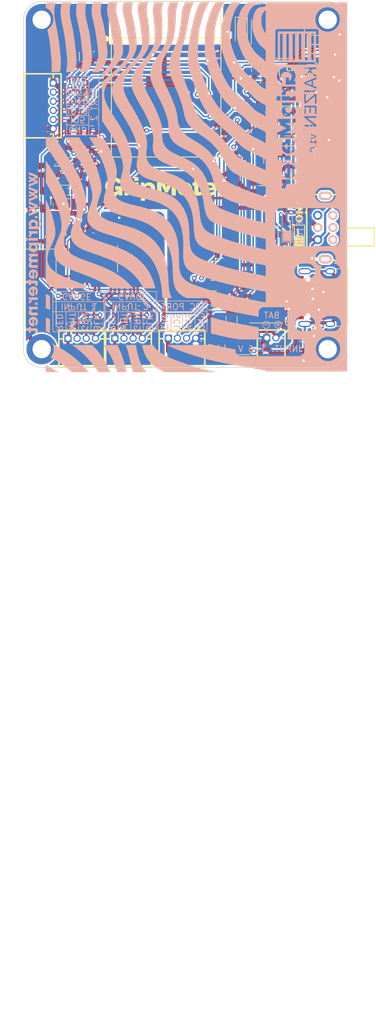
<source format=kicad_pcb>
(kicad_pcb (version 20221018) (generator pcbnew)
  (layers (0 "F.Cu" signal) (31 "B.Cu" signal) (34 "B.Paste" user) (35 "F.Paste" user) (36 "B.SilkS" user "B.Silkscreen") (37 "F.SilkS" user "F.Silkscreen") (38 "B.Mask" user) (39 "F.Mask" user) (44 "Edge.Cuts" user))
  (net 0 "")
  (net 1 "+3V3")
  (net 2 "Net-(BZ1-+)")
  (net 3 "VCC")
  (net 4 "GND")
  (net 5 "AIN2(+)")
  (net 6 "AIN2(-)")
  (net 7 "AIN1(+)")
  (net 8 "AIN1(-)")
  (net 9 "REFIN1(+)")
  (net 10 "BPDSW")
  (net 11 "+6V")
  (net 12 "Net-(U2-FB)")
  (net 13 "Net-(U4-ADJ)")
  (net 14 "Net-(U4-OUT)")
  (net 15 "VBUS")
  (net 16 "+BATT")
  (net 17 "Net-(D2-A)")
  (net 18 "Net-(D3-A)")
  (net 19 "Net-(D4-A)")
  (net 20 "Net-(D6-K)")
  (net 21 "D+")
  (net 22 "D-")
  (net 23 "Net-(D6-A)")
  (net 24 "Net-(J2-CC1)")
  (net 26 "Net-(J2-CC2)")
  (net 27 "/GREEN_1")
  (net 28 "/WHITE_1")
  (net 29 "/GREEN_2")
  (net 30 "/WHITE_2")
  (net 31 "IO19")
  (net 32 "IO23")
  (net 33 "IO18")
  (net 34 "IO5")
  (net 36 "RTS")
  (net 37 "EN")
  (net 38 "DTR")
  (net 39 "IO0(boot)")
  (net 40 "Net-(J2-SHIELD)")
  (net 41 "Net-(ON1-K)")
  (net 42 "Net-(Q1-B)")
  (net 43 "Net-(Q2-B)")
  (net 44 "IO22")
  (net 45 "BUZZER")
  (net 46 "TXDtoRXD0")
  (net 47 "RXDtoTXD0")
  (net 48 "Net-(Q3-B)")
  (net 49 "Net-(U2-EN)")
  (net 50 "Net-(U3-P3)")
  (net 51 "Net-(U4-EN)")
  (net 52 "Net-(U8-PROG)")
  (net 57 "ADC_SCLK")
  (net 58 "ADC_CS")
  (net 62 "Net-(U3-MCLK1)")
  (net 63 "ADC_CIPO")
  (net 64 "ADC_COPI")
  (net 65 "Net-(U3-MCLK2)")
  (net 66 "SVP")
  (net 67 "SVN")
  (net 68 "IO34")
  (net 69 "IO35")
  (net 70 "IO33")
  (net 71 "IO25")
  (net 72 "IO26")
  (net 73 "IO27")
  (net 80 "IO2")
  (net 81 "IO4")
  (net 82 "IO16")
  (net 83 "IO17")
  (net 85 "IO21")
  (net 86 "GNDA")
  (footprint "Resistor_SMD:R_0603_1608Metric" (layer "F.Cu") (at 166.85 67.8375 180)
    (fp_text reference "R19" hide)
    (fp_text value "2K")
  )
  (footprint "Resistor_SMD:R_0603_1608Metric" (layer "F.Cu") (at 164.35 116.0875 180)
    (fp_text reference "R1" hide)
    (fp_text value "1M")
  )
  (footprint "LED_SMD:LED_0603_1608Metric" (layer "F.Cu") (at 169.9 67.8375)
    (fp_text reference "ON1" hide)
    (fp_text value "KT-0603R")
  )
  (footprint "Package_TO_SOT_SMD:TSOT-23-5" (layer "F.Cu") (at 154.2 114.5875 180)
    (fp_text reference "U8" hide)
    (fp_text value "TP4054")
  )
  (footprint "Diode_SMD:D_SOD-123F" (layer "F.Cu") (at 161.6 96.1875 90)
    (fp_text reference "D1" hide)
    (fp_text value "D")
  )
  (footprint "Resistor_SMD:R_0603_1608Metric" (layer "F.Cu") (at 155.7 79.6 90)
    (fp_text reference "R16" hide)
    (fp_text value "10K")
  )
  (footprint "Capacitor_SMD:C_0402_1005Metric" (layer "F.Cu") (at 167.2747 75.6979 180)
    (fp_text reference "C20" hide)
    (fp_text value "1uF")
  )
  (footprint "Capacitor_SMD:C_1206_3216Metric" (layer "F.Cu") (at 159.15 84.0375 90)
    (fp_text reference "C33" hide)
    (fp_text value "22uF (Solid Tantalum)")
  )
  (footprint "Capacitor_SMD:C_0603_1608Metric" (layer "F.Cu") (at 122.874 96.8162 -90)
    (fp_text reference "C15" hide)
    (fp_text value "100 nF")
  )
  (footprint "Resistor_SMD:R_0603_1608Metric" (layer "F.Cu") (at 169.91 66.0475 180)
    (fp_text reference "R14" hide)
    (fp_text value "100")
  )
  (footprint "LED_SMD:LED_0603_1608Metric" (layer "F.Cu") (at 166.85 66.0375)
    (fp_text reference "D3" hide)
    (fp_text value "D05" hide)
  )
  (footprint "Capacitor_SMD:C_0603_1608Metric" (layer "F.Cu") (at 130.2 79.6)
    (fp_text reference "C35" hide)
    (fp_text value "100nF")
  )
  (footprint "openBench_footprints:Sensirion_DFN-8-1EP_2.5x2.5mm_P0.5mm_EP1.1x1.7mm" (layer "F.Cu") (at 154.7 82.81 -90)
    (fp_text reference "U5" hide)
    (fp_text value "SHT30-DIS")
  )
  (footprint "Inductor_SMD:L_0805_2012Metric" (layer "F.Cu") (at 126.35 89.4375)
    (fp_text reference "FB1" hide)
    (fp_text value "100Ω@100MHz")
  )
  (footprint "openBench_footprints:JST_ZH_1x04P_1.5mm" (layer "F.Cu") (at 136.025 113.473)
    (fp_text reference "J4")
    (fp_text value "Conn_01x04")
  )
  (footprint "Diode_SMD:D_SOD-123F" (layer "F.Cu") (at 154.55 63.0375 -90)
    (fp_text reference "D5")
    (fp_text value "D")
  )
  (footprint "openBench_footprints:USB_C_Receptacle_HRO_TYPE-C-31-M-12" (layer "F.Cu") (at 168.11 106.7875 90)
    (fp_text reference "J2" hide)
    (fp_text value "USB_C_Receptacle")
  )
  (footprint "Resistor_SMD:R_0603_1608Metric" (layer "F.Cu") (at 127 78.1)
    (fp_text reference "R23" hide)
    (fp_text value "100k±0.1%")
  )
  (footprint "Capacitor_SMD:C_0603_1608Metric" (layer "F.Cu") (at 121.7 85.8875 -90)
    (fp_text reference "C27" hide)
    (fp_text value "100 nF")
  )
  (footprint "Package_TO_SOT_SMD:SOT-23" (layer "F.Cu") (at 150.2 102.4 180)
    (fp_text reference "Q2")
    (fp_text value "MMBT3904")
  )
  (footprint "Capacitor_SMD:C_1206_3216Metric" (layer "F.Cu") (at 167.05 72.9375 -90)
    (fp_text reference "C21" hide)
    (fp_text value "10uF  (Tantalum)")
  )
  (footprint "Capacitor_SMD:C_1206_3216Metric" (layer "F.Cu") (at 125.8 91.4875 180)
    (fp_text reference "C29" hide)
    (fp_text value "10uF")
  )
  (footprint "Resistor_SMD:R_0603_1608Metric" (layer "F.Cu") (at 153.95 79.6 90)
    (fp_text reference "R17" hide)
    (fp_text value "10K")
  )
  (footprint "Resistor_SMD:R_0402_1005Metric" (layer "F.Cu") (at 159.8747 76.4479 -90)
    (fp_text reference "R9" hide)
    (fp_text value "39K")
  )
  (footprint "Package_TO_SOT_SMD:SOT-23" (layer "F.Cu") (at 159.25 69.9875 90)
    (fp_text reference "Q3" hide)
    (fp_text value "Q_NPN_BEC")
  )
  (footprint "Capacitor_SMD:C_0603_1608Metric" (layer "F.Cu") (at 130.2558 95.6838)
    (fp_text reference "C22" hide)
    (fp_text value "100 nF")
  )
  (footprint "LOGO" (layer "F.Cu") (at 142.2 89)
    (fp_text reference "G***" hide)
    (fp_text value "LOGO" hide)
  )
  (footprint "openBench_footprints:JST_ZH_1x04P_1.5mm" (layer "F.Cu") (at 144.805 113.4515)
    (fp_text reference "J6")
    (fp_text value "Conn_01x04")
  )
  (footprint "Capacitor_SMD:C_0402_1005Metric" (layer "F.Cu") (at 158.8997 76.4229 -90)
    (fp_text reference "C17" hide)
    (fp_text value "18pF")
  )
  (footprint "openBench_footprints:C609826" (layer "F.Cu") (at 168.35 95.3 90)
    (fp_text reference "SW1")
    (fp_text value "SWITCH_SPST-esp32bb-rescue" hide)
  )
  (footprint "Capacitor_SMD:C_1206_3216Metric" (layer "F.Cu") (at 124.8198 95.998 -90)
    (fp_text reference "C18" hide)
    (fp_text value "10uF  (Tantalum)")
  )
  (footprint "Resistor_SMD:R_0603_1608Metric" (layer "F.Cu") (at 164.35 112.8875 180)
    (fp_text reference "R2" hide)
    (fp_text value "5.11K (10%)")
  )
  (footprint "Resistor_SMD:R_0603_1608Metric" (layer "F.Cu") (at 129.075 110.503 -90)
    (fp_text reference "R5" hide)
    (fp_text value "100")
  )
  (footprint "Resistor_SMD:R_0603_1608Metric" (layer "F.Cu") (at 130 78.1)
    (fp_text reference "R24" hide)
    (fp_text value "100k±0.1%")
  )
  (footprint "Capacitor_SMD:C_0402_1005Metric" (layer "F.Cu") (at 130.335 111.073 90)
    (fp_text reference "C11" hide)
    (fp_text value "10 nF")
  )
  (footprint "Crystal:Crystal_SMD_HC49-SD" (layer "F.Cu") (at 121.569 105.539 -90)
    (fp_text reference "Y1" hide)
    (fp_text value "4.9152 MHz")
  )
  (footprint "Resistor_SMD:R_0603_1608Metric" (layer "F.Cu") (at 135.225 110.513 -90)
    (fp_text reference "R6" hide)
    (fp_text value "100")
  )
  (footprint "Resistor_SMD:R_0603_1608Metric" (layer "F.Cu") (at 151.4 99.8 180)
    (fp_text reference "R12" hide)
    (fp_text value "10K")
  )
  (footprint "Resistor_SMD:R_0603_1608Metric" (layer "F.Cu") (at 159.6247 78.8979 -90)
    (fp_text reference "R10" hide)
    (fp_text value "10K")
  )
  (footprint "Resistor_SMD:R_0603_1608Metric" (layer "F.Cu") (at 169.9 69.3375 180)
    (fp_text reference "R22" hide)
    (fp_text value "2K")
  )
  (footprint "Package_TO_SOT_SMD:SOT-23-5" (layer "F.Cu") (at 162.4497 78.7229)
    (fp_text reference "U2" hide)
    (fp_text value "TPS61040DBV")
  )
  (footprint "Capacitor_SMD:C_0402_1005Metric" (layer "F.Cu") (at 126.275 111.083 -90)
    (fp_text reference "C9" hide)
    (fp_text value "10 nF" hide)
  )
  (footprint "Capacitor_SMD:C_0603_1608Metric" (layer "F.Cu") (at 151 111.7375 -90)
    (fp_text reference "C16" hide)
    (fp_text value "100 nF")
  )
  (footprint "Capacitor_SMD:C_0402_1005Metric" (layer "F.Cu") (at 135.875 108.493)
    (fp_text reference "C2" hide)
    (fp_text value "1uF")
  )
  (footprint "Capacitor_SMD:C_0402_1005Metric" (layer "F.Cu") (at 128.235 108.493)
    (fp_text reference "C4" hide)
    (fp_text value "1uF")
  )
  (footprint "Capacitor_SMD:C_0603_1608Metric" (layer "F.Cu") (at 130.85 66.4625 90)
    (fp_text reference "C31")
    (fp_text value "100 nF")
  )
  (footprint "Resistor_SMD:R_0603_1608Metric" (layer "F.Cu") (at 127.555 110.503 -90)
    (fp_text reference "R4" hide)
    (fp_text value "100")
  )
  (footprint "Capacitor_SMD:C_0603_1608Metric" (layer "F.Cu") (at 127.05 76.3125 180)
    (fp_text reference "C36" hide)
    (fp_text value "100nF")
  )
  (footprint "Resistor_SMD:R_0603_1608Metric" (layer "F.Cu") (at 149.45 110.8375 -90)
    (fp_text reference "R11" hide)
    (fp_text value "10K")
  )
  (footprint "Diode_SMD:D_SMA" (layer "F.Cu") (at 162.3867 73.7313)
    (fp_text reference "D2" hide)
    (fp_text value "D")
  )
  (footprint "Capacitor_SMD:C_0402_1005Metric" (layer "F.Cu") (at 133.955 111.103 -90)
    (fp_text reference "C12" hide)
    (fp_text value "10 nF")
  )
  (footprint "Inductor_SMD:L_0603_1608Metric" (layer "F.Cu") (at 161.8497 76.2479 180)
    (fp_text reference "L1" hide)
    (fp_text value "10uH")
  )
  (footprint "Resistor_SMD:R_0603_1608Metric" (layer "F.Cu") (at 126.4689 84.3391)
    (fp_text reference "R15" hide)
    (fp_text value "10K")
  )
  (footprint "Resistor_SMD:R_0603_1608Metric" (layer "F.Cu") (at 152.9 103.5 90)
    (fp_text reference "R13" hide)
    (fp_text value "10K")
  )
  (footprint "Resistor_SMD:R_0603_1608Metric" (layer "F.Cu") (at 151.35 114.7875 -90)
    (fp_text reference "R21" hide)
    (fp_text value "2k")
  )
  (footprint "Resistor_SMD:R_0603_1608Metric" (layer "F.Cu") (at 156.75 69.5375 90)
    (fp_text reference "R20" hide)
    (fp_text value "470")
  )
  (footprint "openBench_footprints:ESP32-WROOM" (layer "F.Cu") (at 142.2 70.9875 180)
    (fp_text reference "U6" hide)
    (fp_text value "ESP32-WROOM-32E(8MB)")
  )
  (footprint "LED_SMD:LED_0603_1608Metric" (layer "F.Cu") (at 166.85 64.5375)
    (fp_text reference "D4" hide)
    (fp_text value "D05" hide)
  )
  (footprint "Capacitor_SMD:C_1206_3216Metric" (layer "F.Cu") (at 152.95 110.5375 -90)
    (fp_text reference "C19" hide)
    (fp_text value "10uF  (Tantalum)")
  )
  (footprint "Package_SO:SOIC-16_3.9x9.9mm_P1.27mm" (layer "F.Cu") (at 157.85 105.8875 180)
    (fp_text reference "U1" hide)
    (fp_text value "CH340C")
  )
  (footprint "Package_TO_SOT_SMD:SOT-223-3_TabPin2" (layer "F.Cu") (at 164.8 85.3375)
    (fp_text reference "U7" hide)
    (fp_text value "AMS1117-3.3")
  )
  (footprint "Capacitor_SMD:C_0603_1608Metric" (layer "F.Cu") (at 154.69 85.36)
    (fp_text reference "C25" hide)
    (fp_text value "100 nF")
  )
  (footprint "Capacitor_SMD:C_0402_1005Metric" (layer "F.Cu") (at 131.335 111.073 -90)
    (fp_text reference "C10" hide)
    (fp_text value "1uF")
  )
  (footprint "Package_SO:TSSOP-24_4.4x7.8mm_P0.65mm" (layer "F.Cu") (at 130.1952 100.4336 90)
    (fp_text reference "U3" hide)
    (fp_text value "AD7190")
  )
  (footprint "Package_TO_SOT_SMD:SOT-23-5" (layer "F.Cu") (at 124.5131 86.8029 180)
    (fp_text reference "U4" hide)
    (fp_text value "SPX3819M5-L")
  )
  (footprint "Capacitor_SMD:C_1206_3216Metric" (layer "F.Cu") (at 128.85 67.2625 90)
    (fp_text reference "C32")
    (fp_text value "10uF  (Tantalum)")
  )
  (footprint "Capacitor_SMD:C_0603_1608Metric" (layer "F.Cu") (at 127.35 87.0375 90)
    (fp_text reference "C23" hide)
    (fp_text value "100 nF")
  )
  (footprint "LED_SMD:LED_0603_1608Metric" (layer "F.Cu") (at 166.85 69.3375)
    (fp_text reference "D6" hide)
    (fp_text value "LED" hide)
  )
  (footprint "Capacitor_SMD:C_0603_1608Metric" (layer "F.Cu") (at 164.8497 76.2479)
    (fp_text reference "C1" hide)
    (fp_text value "100 nF")
  )
  (footprint "Capacitor_SMD:C_0402_1005Metric" (layer "F.Cu") (at 138.025 111.063 90)
    (fp_text reference "C14" hide)
    (fp_text value "10 nF")
  )
  (footprint "Capacitor_SMD:C_0402_1005Metric" (layer "F.Cu") (at 139.025 111.043 -90)
    (fp_text reference "C13" hide)
    (fp_text value "1uF")
  )
  (footprint "Capacitor_SMD:C_0402_1005Metric" (layer "F.Cu") (at 137.765 108.493 180)
    (fp_text reference "C3" hide)
    (fp_text value "10 nF")
  )
  (footprint "Capacitor_SMD:C_1206_3216Metric" (layer "F.Cu") (at 158.05 87.5375 180)
    (fp_text reference "C30" hide)
    (fp_text value "100uF (Ceramic)")
  )
  (footprint "Resistor_SMD:R_0603_1608Metric" (layer "F.Cu") (at 164.35 114.4875 180)
    (fp_text reference "R3" hide)
    (fp_text value "5.11K (10%)")
  )
  (footprint "Capacitor_SMD:C_1206_3216Metric" (layer "F.Cu") (at 167.1997 79.3229 -90)
    (fp_text reference "C7" hide)
    (fp_text value "10uF")
  )
  (footprint "openBench_footprints:JST_ZH_1x04P_1.5mm" (layer "F.Cu") (at 128.325 113.483)
    (fp_text reference "J3")
    (fp_text value "Conn_01x04")
  )
  (footprint "Buzzer_Beeper:PUIAudio_SMT_0825_S_4_R" (layer "F.Cu") (at 160.55 63.2375)
    (fp_text reference "BZ1")
    (fp_text value "Buzzer")
  )
  (footprint "Package_TO_SOT_SMD:SOT-23" (layer "F.Cu") (at 149.8625 107.25 180)
    (fp_text reference "Q1")
    (fp_text value "MMBT3904")
  )
  (footprint "Capacitor_SMD:C_1206_3216Metric" (layer "F.Cu") (at 131.094 93.728)
    (fp_text reference "C24" hide)
    (fp_text value "10uF  (Tantalum)" hide)
  )
  (footprint "openBench_footprints:JST_ZH_1x06P_1.5mm" (layer "F.Cu") (at 123.6485 75.35 -90)
    (fp_text reference "J5")
    (fp_text value "Conn_01x06")
  )
  (footprint "Resistor_SMD:R_0603_1608Metric" (layer "F.Cu") (at 136.765 110.503 -90)
    (fp_text reference "R7" hide)
    (fp_text value "100")
  )
  (footprint "Capacitor_SMD:C_0402_1005Metric" (layer "F.Cu") (at 133.965 108.503 180)
    (fp_text reference "C6" hide)
    (fp_text value "10 nF")
  )
  (footprint "openBench_footprints:JST_ZH_1x02P_1.5mm" (layer "F.Cu") (at 159.4815 113.3975)
    (fp_text reference "J1")
    (fp_text value "Conn_01x02")
  )
  (footprint "Resistor_SMD:R_0603_1608Metric" (layer "F.Cu") (at 125 100.2 -90)
    (fp_text reference "R25")
    (fp_text value "0")
  )
  (footprint "Capacitor_SMD:C_0402_1005Metric" (layer "F.Cu") (at 124.05 84.5875 180)
    (fp_text reference "C26" hide)
    (fp_text value "10 nF")
  )
  (footprint "Capacitor_SMD:C_1206_3216Metric" (layer "F.Cu") (at 122.35 90.8375 90)
    (fp_text reference "C28" hide)
    (fp_text value "10uF")
  )
  (footprint "Capacitor_SMD:C_0402_1005Metric" (layer "F.Cu") (at 126.355 108.493 180)
    (fp_text reference "C8" hide)
    (fp_text value "10 nF")
  )
  (footprint "openBench_footprints:TDFN-8-1EP_2x2mm_P0.5mm_EP0.8x1.2mm" (layer "F.Cu") (at 128.15 73.9125 90)
    (fp_text reference "U9")
    (fp_text value "MAX17048")
  )
  (footprint "Resistor_SMD:R_0603_1608Metric" (layer "F.Cu") (at 169.9 64.5375 180)
    (fp_text reference "R18" hide)
    (fp_text value "100")
  )
  (footprint "Resistor_SMD:R_0603_1608Metric" (layer "F.Cu") (at 165.2747 78.4979 90)
    (fp_text reference "R8" hide)
    (fp_text value "10K")
  )
  (footprint "Capacitor_SMD:C_0805_2012Metric" (layer "F.Cu") (at 127 79.85)
    (fp_text reference "C34" hide)
    (fp_text value "10uF")
  )
  (footprint "Capacitor_SMD:C_0402_1005Metric" (layer "F.Cu") (at 130.125 108.493)
    (fp_text reference "C5" hide)
    (fp_text value "10 nF")
  )
  (footprint "LOGO" (layer "B.Cu") (at 145.270375 88.708701)
    (fp_text reference "G***" hide)
    (fp_text value "LOGO" hide)
  )
  (gr_line (start 125.85 75.3) (end 129.5 75.3) (stroke (width 0.12)) (layer "B.SilkS"))
  (gr_line (start 132 109.1) (end 132 105.8) (stroke (width 0.12)) (layer "B.SilkS"))
  (gr_line (start 123.6 109.1) (end 132 109.1) (stroke (width 0.12)) (layer "B.SilkS"))
  (gr_line (start 125.85 80.1) (end 125.85 70.5) (stroke (width 0.12)) (layer "B.SilkS"))
  (gr_line (start 123.6 112.4) (end 123.6 109.1) (stroke (width 0.12)) (layer "B.SilkS"))
  (gr_line (start 125.85 78.5) (end 129.5 78.5) (stroke (width 0.12)) (layer "B.SilkS"))
  (gr_line (start 140.6 112.4) (end 132.2 112.4) (stroke (width 0.12)) (layer "B.SilkS"))
  (gr_line (start 123.6 109.1) (end 123.6 105.8) (stroke (width 0.12)) (layer "B.SilkS"))
  (gr_line (start 125.85 73.7) (end 129.5 73.7) (stroke (width 0.12)) (layer "B.SilkS"))
  (gr_line (start 160.18 112.7) (end 160.18 112.26) (stroke (width 0.12)) (layer "B.SilkS"))
  (gr_circle (center 158.65 111.25) (end 159.233095 111.25) (stroke (width 0.12)) (fill none) (layer "B.SilkS"))
  (gr_line (start 160.95 111.25) (end 160.25 111.25) (stroke (width 0.12)) (layer "B.SilkS"))
  (gr_line (start 140.85 109.1) (end 148.9 109.1) (stroke (width 0.12)) (layer "B.SilkS"))
  (gr_line (start 140.85 109.1) (end 140.85 107.35) (stroke (width 0.12)) (layer "B.SilkS"))
  (gr_line (start 134.35 112.4) (end 134.35 109.1) (stroke (width 0.12)) (layer "B.SilkS"))
  (gr_line (start 140.6 107.45) (end 132.2 107.45) (stroke (width 0.12)) (layer "B.SilkS"))
  (gr_line (start 148.9 109.1) (end 148.9 107.35) (stroke (width 0.12)) (layer "B.SilkS"))
  (gr_line (start 125.85 80.1) (end 129.5 80.1) (stroke (width 0.12)) (layer "B.SilkS"))
  (gr_line (start 144.9 112.4) (end 144.9 109.1) (stroke (width 0.12)) (layer "B.SilkS"))
  (gr_line (start 125.85 70.5) (end 129.5 70.5) (stroke (width 0.12)) (layer "B.SilkS"))
  (gr_line (start 125.85 76.9) (end 129.5 76.9) (stroke (width 0.12)) (layer "B.SilkS"))
  (gr_line (start 136.4 112.4) (end 136.4 109.1) (stroke (width 0.12)) (layer "B.SilkS"))
  (gr_line (start 125.75 112.4) (end 125.75 109.1) (stroke (width 0.12)) (layer "B.SilkS"))
  (gr_line (start 140.85 112.4) (end 148.9 112.4) (stroke (width 0.12)) (layer "B.SilkS"))
  (gr_line (start 146.95 109.1) (end 146.95 112.4) (stroke (width 0.12)) (layer "B.SilkS"))
  (gr_line (start 125.85 72.1) (end 129.5 72.1) (stroke (width 0.12)) (layer "B.SilkS"))
  (gr_line (start 161.25 97.7) (end 161.25 92.9) (stroke (width 0.12)) (layer "B.SilkS"))
  (gr_line (start 127.8 112.4) (end 127.8 109.1) (stroke (width 0.12)) (layer "B.SilkS"))
  (gr_line (start 140.6 105.8) (end 132.2 105.8) (stroke (width 0.12)) (layer "B.SilkS"))
  (gr_line (start 160.6 110.883095) (end 160.6 111.583095) (stroke (width 0.12)) (layer "B.SilkS"))
  (gr_line (start 132 105.8) (end 123.6 105.8) (stroke (width 0.12)) (layer "B.SilkS"))
  (gr_poly (pts (xy 161.43 95.85) (xy 162.75 95.85) (xy 162.75 97.5) (xy 161.43 97.5)) (stroke (width 0.1)) (fill solid) (layer "B.SilkS"))
  (gr_line (start 140.6 109.1) (end 140.6 112.4) (stroke (width 0.12)) (layer "B.SilkS"))
  (gr_line (start 162.95 92.9) (end 162.95 97.7) (stroke (width 0.12)) (layer "B.SilkS"))
  (gr_line (start 138.45 112.4) (end 138.45 109.1) (stroke (width 0.12)) (layer "B.SilkS"))
  (gr_line (start 162.95 97.7) (end 161.25 97.7) (stroke (width 0.12)) (layer "B.SilkS"))
  (gr_line (start 132 112.4) (end 123.6 112.4) (stroke (width 0.12)) (layer "B.SilkS"))
  (gr_line (start 148.9 112.4) (end 148.9 109.1) (stroke (width 0.12)) (layer "B.SilkS"))
  (gr_line (start 162.95 92.9) (end 161.25 92.9) (stroke (width 0.12)) (layer "B.SilkS"))
  (gr_line (start 132.2 109.1) (end 132.2 105.8) (stroke (width 0.12)) (layer "B.SilkS"))
  (gr_line (start 160.18 112.26) (end 160.62 111.82) (stroke (width 0.12)) (layer "B.SilkS"))
  (gr_line (start 140.85 112.4) (end 140.85 109.1) (stroke (width 0.12)) (layer "B.SilkS"))
  (gr_line (start 140.85 107.35) (end 148.9 107.35) (stroke (width 0.12)) (layer "B.SilkS"))
  (gr_line (start 129.475 80.1) (end 131.125 80.1) (stroke (width 0.12)) (layer "B.SilkS"))
  (gr_line (start 143 112.4) (end 143 109.15) (stroke (width 0.12)) (layer "B.SilkS"))
  (gr_line (start 132 109.1) (end 132 112.4) (stroke (width 0.12)) (layer "B.SilkS"))
  (gr_line (start 129.5 70.5) (end 129.5 80.1) (stroke (width 0.12)) (layer "B.SilkS"))
  (gr_line (start 129.85 112.4) (end 129.85 109.1) (stroke (width 0.12)) (layer "B.SilkS"))
  (gr_line (start 159.05 111.25) (end 158.35 111.25) (stroke (width 0.12)) (layer "B.SilkS"))
  (gr_line (start 140.6 109.1) (end 140.6 105.8) (stroke (width 0.12)) (layer "B.SilkS"))
  (gr_line (start 129.475 70.5) (end 131.125 70.5) (stroke (width 0.12)) (layer "B.SilkS"))
  (gr_line (start 132.2 109.1) (end 140.6 109.1) (stroke (width 0.12)) (layer "B.SilkS"))
  (gr_line (start 132.2 112.4) (end 132.2 109.1) (stroke (width 0.12)) (layer "B.SilkS"))
  (gr_circle (center 160.6 111.233095) (end 161.183095 111.233095) (stroke (width 0.12)) (fill none) (layer "B.SilkS"))
  (gr_line (start 132 107.45) (end 123.6 107.45) (stroke (width 0.12)) (layer "B.SilkS"))
  (gr_line (start 158.7 112.64) (end 158.7 112.2) (stroke (width 0.12)) (layer "B.SilkS"))
  (gr_line (start 158.7 112.2) (end 158.37 111.79) (stroke (width 0.12)) (layer "B.SilkS"))
  (gr_line (start 131.125 70.5) (end 131.125 80.1) (stroke (width 0.12)) (layer "B.SilkS"))
  (gr_circle (center 126.8 74.6) (end 126.9 74.6) (stroke (width 0.15)) (fill none) (layer "F.SilkS"))
  (gr_rect (start 163.25 94.9) (end 164.95 98.5) (stroke (width 0.15)) (fill none) (layer "F.SilkS"))
  (gr_circle (center 156.1 81.3) (end 156.2 81.3) (stroke (width 0.15)) (fill none) (layer "F.SilkS"))
  (gr_circle (center 125.7 104.2) (end 125.9 104.3) (stroke (width 0.15)) (fill none) (layer "F.SilkS"))
  (gr_circle (center 162.1 111) (end 162.3 111.2) (stroke (width 0.15)) (fill none) (layer "F.SilkS"))
  (gr_rect (start 163.45 96.7) (end 164.75 98.3) (stroke (width 0.15)) (fill solid) (layer "F.SilkS"))
  (gr_arc (start 121.75 118.2375) (mid 119.62868 117.35882) (end 118.75 115.2375) (stroke (width 0.1)) (layer "Edge.Cuts"))
  (gr_arc (start 118.75002 61.23752) (mid 119.628694 59.116194) (end 121.75002 58.23752) (stroke (width 0.1)) (layer "Edge.Cuts"))
  (gr_arc (start 168.75 58.2375) (mid 170.87132 59.11618) (end 171.75 61.2375) (stroke (width 0.1)) (layer "Edge.Cuts"))
  (gr_line (start 118.75 115.2375) (end 118.75002 61.23752) (stroke (width 0.1)) (layer "Edge.Cuts"))
  (gr_arc locked (start 171.75 115.2375) (mid 170.87132 117.35882) (end 168.75 118.2375) (stroke (width 0.1)) (layer "Edge.Cuts"))
  (gr_line locked (start 168.75 118.2375) (end 121.75 118.2375) (stroke (width 0.1)) (layer "Edge.Cuts"))
  (gr_line (start 168.75 58.2375) (end 121.75002 58.23752) (stroke (width 0.1)) (layer "Edge.Cuts"))
  (gr_line locked (start 171.75 115.2375) (end 171.75 61.2375) (stroke (width 0.1)) (layer "Edge.Cuts"))
  (gr_text "BLK" (at 139.45 110.9 270) (layer "B.SilkS") (effects (font (size 1 1)) (justify mirror)))
  (gr_text "RED" (at 124.65 110.85 270) (layer "B.SilkS") (effects (font (size 1 1)) (justify mirror)))
  (gr_text "SDA" (at 146 110.699999 90) (layer "B.SilkS") (effects (font (size 1 1)) (justify mirror)))
  (gr_text "RED" (at 133.25 110.85 270) (layer "B.SilkS") (effects (font (size 1 1)) (justify mirror)))
  (gr_text "IO23" (at 127.7 72.9 180) (layer "B.SilkS") (effects (font (size 1 1)) (justify mirror)))
  (gr_text "INPUT: 3-6 V" (at 159.2 115.2) (layer "B.SilkS") (effects (font (size 1 1)) (justify mirror)))
  (gr_text "PORT 2" (at 130.4 75.1 90) (layer "B.SilkS") (effects (font (size 1 1)) (justify mirror)))
  (gr_text "GAUGE" (at 136.7 106.6 180) (layer "B.SilkS") (effects (font (size 1 1)) (justify mirror)))
  (gr_text "GRN" (at 128.8 110.75 270) (layer "B.SilkS") (effects (font (size 1 1)) (justify mirror)))
  (gr_text "WHT" (at 135.33 110.72 270) (layer "B.SilkS") (effects (font (size 1 1)) (justify mirror)))
  (gr_text "GND" (at 127.7 79.3 180) (layer "B.SilkS") (effects (font (size 1 1)) (justify mirror)))
  (gr_text "3V3" (at 142 110.7 90) (layer "B.SilkS") (effects (font (size 1 1)) (justify mirror)))
  (gr_text "INPUT 1" (at 127.9 108.25 180) (layer "B.SilkS") (effects (font (size 1 1)) (justify mirror)))
  (gr_text "IO19" (at 127.7 74.5 180) (layer "B.SilkS") (effects (font (size 1 1)) (justify mirror)))
  (gr_text "IO5" (at 127.695 77.6 180) (layer "B.SilkS") (effects (font (size 1 1)) (justify mirror)))
  (gr_text "GAUGE" (at 127.5 106.6 180) (layer "B.SilkS") (effects (font (size 1 1)) (justify mirror)))
  (gr_text "BAT" (at 159.55 109.7) (layer "B.SilkS") (effects (font (size 1 1)) (justify mirror)))
  (gr_text "SCL" (at 144 110.7 90) (layer "B.SilkS") (effects (font (size 1 1)) (justify mirror)))
  (gr_text "3V3" (at 127.77 71.22 180) (layer "B.SilkS") (effects (font (size 1 1)) (justify mirror)))
  (gr_text "IO18" (at 127.675 76.1 180) (layer "B.SilkS") (effects (font (size 1 1)) (justify mirror)))
  (gr_text "GRN" (at 137.4 110.75 270) (layer "B.SilkS") (effects (font (size 1 1)) (justify mirror)))
  (gr_text "INPUT 2" (at 136.3 108.2 180) (layer "B.SilkS") (effects (font (size 1 1)) (justify mirror)))
  (gr_text "OFF|ON" (at 164.2 95.3 90) (layer "B.SilkS") (effects (font (size 1 1)) (justify mirror)))
  (gr_text "GND" (at 148 110.7 90) (layer "B.SilkS") (effects (font (size 1 1)) (justify mirror)))
  (gr_text "BLK" (at 130.85 110.9 270) (layer "B.SilkS") (effects (font (size 1 1)) (justify mirror)))
  (gr_text "WHT" (at 126.73 110.72 270) (layer "B.SilkS") (effects (font (size 1 1)) (justify mirror)))
  (gr_text "I2C PORT" (at 144.95 108.3) (layer "B.SilkS") (effects (font (size 1 1)) (justify mirror)))
  (gr_text "ON" (at 164.85 94.5 90) (layer "F.SilkS") (effects (font (size 1.143 1.143) (thickness 0.1524) bold) (justify left bottom)))
  (gr_text "CHRG" (at 161.9 69.8) (layer "F.SilkS") (effects (font (size 0.762 0.762) (thickness 0.1524) bold) (justify left bottom)))
  (segment (start 123.818687 71.6) (end 124.871843 72.653157) (width 0.762) (layer "F.Cu") (net 1))
  (segment (start 151.63 110.3325) (end 151 110.9625) (width 0.762) (layer "F.Cu") (net 1))
  (segment (start 158 98.9255) (end 158 105.3375) (width 0.762) (layer "F.Cu") (net 1))
  (segment (start 125.7285 82.2285) (end 128.1285 82.2285) (width 0.762) (layer "F.Cu") (net 1))
  (segment (start 124.871843 81.371843) (end 125.7285 82.2285) (width 0.762) (layer "F.Cu") (net 1))
  (segment (start 144.4565 117.4565) (end 142.555 115.555) (width 0.762) (layer "F.Cu") (net 1))
  (segment (start 128.85 68.7375) (end 129.35 68.7375) (width 0.762) (layer "F.Cu") (net 1))
  (segment (start 155.525 89.375) (end 153.915 87.765) (width 0.762) (layer "F.Cu") (net 1))
  (segment (start 128.5903 97.551) (end 128.5903 94.9206) (width 0.381) (layer "F.Cu") (net 1))
  (segment (start 133.5 87.6) (end 153.75 87.6) (width 0.762) (layer "F.Cu") (net 1))
  (segment (start 153.95 85.325) (end 153.915 85.36) (width 0.254) (layer "F.Cu") (net 1))
  (segment (start 167.95 81.9375) (end 167.95 85.3375) (width 0.381) (layer "F.Cu") (net 1))
  (segment (start 149.45 111.6625) (end 149.45 114.65) (width 0.762) (layer "F.Cu") (net 1))
  (segment (start 128.5903 94.9206) (end 128.5903 92.5097) (width 0.381) (layer "F.Cu") (net 1))
  (segment (start 128.1285 82.2285) (end 130.7 84.8) (width 0.762) (layer "F.Cu") (net 1))
  (segment (start 142.555 115.555) (end 142.555 113.4515) (width 0.762) (layer "F.Cu") (net 1))
  (segment (start 129.35 68.7375) (end 130.85 67.2375) (width 0.762) (layer "F.Cu") (net 1))
  (segment (start 169.75 70.6375) (end 169.8655 70.522) (width 0.381) (layer "F.Cu") (net 1))
  (segment (start 168.95 80.9375) (end 167.95 81.9375) (width 0.381) (layer "F.Cu") (net 1))
  (segment (start 152.9325 110.3325) (end 151.63 110.3325) (width 0.762) (layer "F.Cu") (net 1))
  (segment (start 161.475 85.5125) (end 161.65 85.3375) (width 0.635) (layer "F.Cu") (net 1))
  (segment (start 154.825 80.770291) (end 154.825 78.775) (width 0.254) (layer "F.Cu") (net 1))
  (segment (start 130.85 67.2375) (end 131.08 67.0075) (width 0.762) (layer "F.Cu") (net 1))
  (segment (start 159.1935 89.7185) (end 162.505844 89.7185) (width 0.762) (layer "F.Cu") (net 1))
  (segment (start 153.75 87.6) (end 153.915 87.765) (width 0.762) (layer "F.Cu") (net 1))
  (segment (start 154.95 81.635) (end 154.95 80.895291) (width 0.254) (layer "F.Cu") (net 1))
  (segment (start 155.35 59.7375) (end 157.05 59.7375) (width 0.635) (layer "F.Cu") (net 1))
  (segment (start 155.525 89.375) (end 157.15 89.375) (width 0.762) (layer "F.Cu") (net 1))
  (segment (start 153.95 83.985) (end 153.95 85.325) (width 0.254) (layer "F.Cu") (net 1))
  (segment (start 155.375 110.3325) (end 152.9325 110.3325) (width 0.762) (layer "F.Cu") (net 1))
  (segment (start 123.6485 71.6) (end 123.818687 71.6) (width 0.762) (layer "F.Cu") (net 1))
  (segment (start 154.95 80.895291) (end 154.825 80.770291) (width 0.254) (layer "F.Cu") (net 1))
  (segment (start 158 108.455368) (end 158 105.3375) (width 0.762) (layer "F.Cu") (net 1))
  (segment (start 128.5702 97.5711) (end 128.5903 97.551) (width 0.381) (layer "F.Cu") (net 1))
  (segment (start 169.8655 68.6595) (end 170.6875 67.8375) (width 0.381) (layer "F.Cu") (net 1))
  (segment (start 153.95 78.775) (end 154.825 78.775) (width 0.254) (layer "F.Cu") (net 1))
  (segment (start 139.9925 67.0075) (end 140 67) (width 0.762) (layer "F.Cu") (net 1))
  (segment (start 157.15 89.375) (end 158 88.525) (width 0.762) (layer "F.Cu") (net 1))
  (segment (start 169.8655 70.522) (end 169.8655 68.6595) (width 0.381) (layer "F.Cu") (net 1))
  (segment (start 154.45 83.985) (end 154.45 84.825) (width 0.254) (layer "F.Cu") (net 1))
  (segment (start 154.45 84.825) (end 153.915 85.36) (width 0.254) (layer "F.Cu") (net 1))
  (segment (start 164.6 94.0495) (end 162.3495 96.3) (width 0.762) (layer "F.Cu") (net 1))
  (segment (start 126.3743 92.9685) (end 128.1315 92.9685) (width 0.762) (layer "F.Cu") (net 1))
  (segment (start 169.9345 70.553) (end 169.85 70.6375) (width 0.381) (layer "F.Cu") (net 1))
  (segment (start 154.825 78.775) (end 155.45 78.775) (width 0.254) (layer "F.Cu") (net 1))
  (segment (start 154.55 61.6375) (end 153.913362 61.6375) (width 0.635) (layer "F.Cu") (net 1))
  (segment (start 124.3922 94.523) (end 122.874 96.0412) (width 0.762) (layer "F.Cu") (net 1))
  (segment (start 150.15 110.9625) (end 149.45 111.6625) (width 0.762) (layer "F.Cu") (net 1))
  (segment (start 162.3495 96.3) (end 160.6255 96.3) (width 0.762) (layer "F.Cu") (net 1))
  (segment (start 154.55 61.6375) (end 154.55 60.5375) (width 0.635) (layer "F.Cu") (net 1))
  (segment (start 124.8198 94.523) (end 126.3743 92.9685) (width 0.762) (layer "F.Cu") (net 1))
  (segment (start 159.15 85.5125) (end 161.475 85.5125) (width 0.635) (layer "F.Cu") (net 1))
  (segment (start 146.6435 117.4565) (end 144.4565 117.4565) (width 0.762) (layer "F.Cu") (net 1))
  (segment (start 124.871843 72.653157) (end 124.871843 81.371843) (width 0.762) (layer "F.Cu") (net 1))
  (segment (start 123.6485 70.1515) (end 125.0625 68.7375) (width 0.762) (layer "F.Cu") (net 1))
  (segment (start 124.6548 94.358) (end 124.8198 94.523) (width 0.762) (layer "F.Cu") (net 1))
  (segment (start 160.325 106.5225) (end 159.185 106.5225) (width 0.762) (layer "F.Cu") (net 1))
  (segment (start 152.95 109.0625) (end 152.95 110.315) (width 0.762) (layer "F.Cu") (net 1))
  (segment (start 149.45 114.65) (end 146.6435 117.4565) (width 0.762) (layer "F.Cu") (net 1))
  (segment (start 162.505844 89.7185) (end 164.6 91.812656) (width 0.762) (layer "F.Cu") (net 1))
  (segment (start 153.95 77.75) (end 153.9 77.7) (width 0.254) (layer "F.Cu") (net 1))
  (segment (start 125.0625 68.7375) (end 128.85 68.7375) (width 0.762) (layer "F.Cu") (net 1))
  (segment (start 153.915 87.765) (end 153.915 85.36) (width 0.762) (layer "F.Cu") (net 1))
  (segment (start 158 88.525) (end 159.1935 89.7185) (width 0.762) (layer "F.Cu") (net 1))
  (segment (start 130.7 84.8) (end 133.5 87.6) (width 0.762) (layer "F.Cu") (net 1))
  (segment (start 158 86.6625) (end 159.15 85.5125) (width 0.762) (layer "F.Cu") (net 1))
  (segment (start 128.1315 92.9685) (end 128.759 92.341) (width 0.762) (layer "F.Cu") (net 1))
  (segment (start 123.6485 71.6) (end 123.6485 70.1515) (width 0.762) (layer "F.Cu") (net 1))
  (segment (start 124.8198 94.523) (end 124.3922 94.523) (width 0.762) (layer "F.Cu") (net 1))
  (segment (start 131.08 67.0075) (end 133.2 67.0075) (width 0.762) (layer "F.Cu") (net 1))
  (segment (start 156.122868 110.3325) (end 158 108.455368) (width 0.762) (layer "F.Cu") (net 1))
  (segment (start 152.95 110.315) (end 152.9325 110.3325) (width 0.762) (layer "F.Cu") (net 1))
  (segment (start 153.95 78.775) (end 153.95 77.75) (width 0.254) (layer "F.Cu") (net 1))
  (segment (start 151 110.9625) (end 150.15 110.9625) (width 0.762) (layer "F.Cu") (net 1))
  (segment (start 158 88.525) (end 158 86.6625) (width 0.762) (layer "F.Cu") (net 1))
  (segment (start 164.6 91.812656) (end 164.6 94.0495) (width 0.762) (layer "F.Cu") (net 1))
  (segment (start 155.375 110.3325) (end 156.122868 110.3325) (width 0.762) (layer "F.Cu") (net 1))
  (segment (start 153.913362 61.6375) (end 152.325431 63.225431) (width 0.635) (layer "F.Cu") (net 1))
  (segment (start 133.2 67.0075) (end 139.9925 67.0075) (width 0.762) (layer "F.Cu") (net 1))
  (segment (start 154.55 60.5375) (end 155.35 59.7375) (width 0.635) (layer "F.Cu") (net 1))
  (segment (start 169.85 70.6375) (end 169.75 70.6375) (width 0.381) (layer "F.Cu") (net 1))
  (segment (start 128.5903 92.5097) (end 128.759 92.341) (width 0.381) (layer "F.Cu") (net 1))
  (segment (start 159.185 106.5225) (end 158 105.3375) (width 0.762) (layer "F.Cu") (net 1))
  (segment (start 161.65 85.3375) (end 167.95 85.3375) (width 0.635) (layer "F.Cu") (net 1))
  (segment (start 160.6255 96.3) (end 158 98.9255) (width 0.762) (layer "F.Cu") (net 1))
  (segment (start 159.765815 106.5225) (end 160.325 106.5225) (width 0.508) (layer "F.Cu") (net 1))
  (via (at 128.759 92.341) (size 0.8) (drill 0.4) (layers "F.Cu" "B.Cu") (net 1))
  (via (at 168.95 80.9375) (size 0.8) (drill 0.4) (layers "F.Cu" "B.Cu") (net 1))
  (via (at 130.7 84.8) (size 0.8) (drill 0.4) (layers "F.Cu" "B.Cu") (net 1))
  (via (at 169.75 70.6375) (size 0.8) (drill 0.4) (layers "F.Cu" "B.Cu") (net 1))
  (via (at 152.3 63.2) (size 0.8) (drill 0.4) (layers "F.Cu" "B.Cu") (net 1))
  (via (at 153.9 77.7) (size 0.8) (drill 0.4) (layers "F.Cu" "B.Cu") (net 1))
  (via (at 151.698 87.6185) (size 0.8) (drill 0.4) (layers "F.Cu" "B.Cu") (net 1))
  (via (at 140 67) (size 0.8) (drill 0.4) (layers "F.Cu" "B.Cu") (net 1))
  (segment (start 151.7 85.55) (end 151.7 87.6165) (width 0.254) (layer "B.Cu") (net 1))
  (segment (start 169.75 80.1375) (end 168.95 80.9375) (width 0.381) (layer "B.Cu") (net 1))
  (segment (start 169.75 70.6375) (end 169.75 80.1375) (width 0.381) (layer "B.Cu") (net 1))
  (segment (start 128.759 92.341) (end 128.7 92.282) (width 0.762) (layer "B.Cu") (net 1))
  (segment (start 128.7 86.8) (end 130.7 84.8) (width 0.762) (layer "B.Cu") (net 1))
  (segment (start 150.7 67) (end 152.325431 65.374569) (width 0.762) (layer "B.Cu") (net 1))
  (segment (start 151.7 87.6165) (end 151.698 87.6185) (width 0.254) (layer "B.Cu") (net 1))
  (segment (start 152.325431 65.374569) (end 152.325431 63.225431) (width 0.762) (layer "B.Cu") (net 1))
  (segment (start 153.9 77.7) (end 151.7 79.9) (width 0.254) (layer "B.Cu") (net 1))
  (segment (start 140 67) (end 150.7 67) (width 0.762) (layer "B.Cu") (net 1))
  (segment (start 151.7 79.9) (end 151.7 85.55) (width 0.254) (layer "B.Cu") (net 1))
  (segment (start 128.7 92.282) (end 128.7 86.8) (width 0.762) (layer "B.Cu") (net 1))
  (segment (start 159.25 68.9375) (end 157.05 66.7375) (width 0.381) (layer "F.Cu") (net 2))
  (segment (start 154.55 64.4375) (end 154.75 64.4375) (width 0.381) (layer "F.Cu") (net 2))
  (segment (start 159.25 69.05) (end 159.25 68.9375) (width 0.381) (layer "F.Cu") (net 2))
  (segment (start 154.75 64.4375) (end 157.05 66.7375) (width 0.381) (layer "F.Cu") (net 2))
  (segment (start 162.769 88.7565) (end 161.65 87.6375) (width 0.762) (layer "F.Cu") (net 3))
  (segment (start 167.0247 77.6729) (end 167.1997 77.8479) (width 0.762) (layer "F.Cu") (net 3))
  (segment (start 162.769 88.7565) (end 164.1565 88.7565) (width 0.762) (layer "F.Cu") (net 3))
  (segment (start 164.1565 88.7565) (end 167.1815 88.7565) (width 0.762) (layer "F.Cu") (net 3))
  (segment (start 165.575 90.363) (end 167.1815 88.7565) (width 0.762) (layer "F.Cu") (net 3))
  (segment (start 162.6372 76.2479) (end 164.0747 76.2479) (width 0.762) (layer "F.Cu") (net 3))
  (segment (start 168.0604 77.8479) (end 167.1997 77.8479) (width 0.762) (layer "F.Cu") (net 3))
  (segment (start 167.1 95.3) (end 165.575 93.775) (width 0.762) (layer "F.Cu") (net 3))
  (segment (start 161.65 87.6375) (end 159.625 87.6375) (width 0.762) (layer "F.Cu") (net 3))
  (segment (start 164.0747 76.2479) (end 164.0747 76.4729) (width 0.762) (layer "F.Cu") (net 3))
  (segment (start 164.0747 76.4729) (end 165.2747 77.6729) (width 0.762) (layer "F.Cu") (net 3))
  (segment (start 166.9712 77.8463) (end 167.1212 77.9963) (width 0.508) (layer "F.Cu") (net 3))
  (segment (start 159.625 87.6375) (end 159.525 87.5375) (width 0.762) (layer "F.Cu") (net 3))
  (segment (start 168.593 88.7565) (end 169.931 87.4185) (width 0.762) (layer "F.Cu") (net 3))
  (segment (start 169.931 79.7185) (end 168.0604 77.8479) (width 0.762) (layer "F.Cu") (net 3))
  (segment (start 169.931 87.4185) (end 169.931 79.7185) (width 0.762) (layer "F.Cu") (net 3))
  (segment (start 163.5872 77.7729) (end 165.1747 77.7729) (width 0.762) (layer "F.Cu") (net 3))
  (segment (start 165.2747 77.6729) (end 167.0247 77.6729) (width 0.762) (layer "F.Cu") (net 3))
  (segment (start 165.575 93.775) (end 165.575 90.363) (width 0.762) (layer "F.Cu") (net 3))
  (segment (start 167.1815 88.7565) (end 168.593 88.7565) (width 0.762) (layer "F.Cu") (net 3))
  (segment (start 126.4 70.6) (end 128.5 70.6) (width 0.254) (layer "F.Cu") (net 4))
  (segment (start 163.195514 80.7979) (end 167.1997 80.7979) (width 0.508) (layer "F.Cu") (net 4))
  (segment (start 158.7315 113.3975) (end 158.7315 115.019) (width 0.762) (layer "F.Cu") (net 4))
  (segment (start 122.35 89.3625) (end 122.35 89.5125) (width 0.508) (layer "F.Cu") (net 4))
  (segment (start 121.7 88.7125) (end 122.35 89.3625) (width 0.508) (layer "F.Cu") (net 4))
  (segment (start 119.8 96.1949) (end 119.8 113.2875) (width 0.762) (layer "F.Cu") (net 4))
  (segment (start 161.65 83.0375) (end 161.65 81.15) (width 0.635) (layer "F.Cu") (net 4))
  (segment (start 162.175 115.8375) (end 163.525 114.4875) (width 0.762) (layer "F.Cu") (net 4))
  (segment (start 151.35 113.9625) (end 151 113.6125) (width 0.635) (layer "F.Cu") (net 4))
  (segment (start 157.65625 84.05625) (end 159.15 82.5625) (width 0.762) (layer "F.Cu") (net 4))
  (segment (start 130.85 65.6875) (end 133.15 65.6875) (width 0.762) (layer "F.Cu") (net 4))
  (segment (start 162.7685 68.3565) (end 165.506 68.3565) (width 0.762) (layer "F.Cu") (net 4))
  (segment (start 124.53 86.7983) (end 124.5254 86.8029) (width 0.508) (layer "F.Cu") (net 4))
  (segment (start 128.85 65.7875) (end 130.75 65.7875) (width 0.762) (layer "F.Cu") (net 4))
  (segment (start 124.53 84.5875) (end 124.53 86.7983) (width 0.508) (layer "F.Cu") (net 4))
  (segment (start 151 113.6125) (end 151 112.5125) (width 0.635) (layer "F.Cu") (net 4))
  (segment (start 165.6247 76.2479) (end 165.6247 75.8378) (width 0.762) (layer "F.Cu") (net 4))
  (segment (start 125.259 91.4875) (end 125.3465 91.4) (width 0.635) (layer "F.Cu") (net 4))
  (segment (start 136.485 83.7375) (end 131.144458 83.7375) (width 0.635) (layer "F.Cu") (net 4))
  (segment (start 166.0625 64.5375) (end 166.0625 63.925) (width 0.635) (layer "F.Cu") (net 4))
  (segment (start 167.05 73.3) (end 166.85 73.1) (width 0.635) (layer "F.Cu") (net 4))
  (segment (start 156.9575 116.53) (end 152.0575 116.53) (width 0.635) (layer "F.Cu") (net 4))
  (segment (start 161.920885 78.7229) (end 162.4497 79.251715) (width 0.508) (layer "F.Cu") (net 4))
  (segment (start 136.485 83.7375) (end 136.485 84.7225) (width 0.635) (layer "F.Cu") (net 4))
  (segment (start 130.975 79.6) (end 129.078479 81.496521) (width 0.635) (layer "F.Cu") (net 4))
  (segment (start 122.874 97.5912) (end 124.7016 97.5912) (width 0.635) (layer "F.Cu") (net 4))
  (segment (start 155.465 84) (end 155.45 83.985) (width 0.254) (layer "F.Cu") (net 4))
  (segment (start 164.6 98.9875) (end 170.85 98.9875) (width 0.508) (layer "F.Cu") (net 4))
  (segment (start 166.0687 76.6919) (end 165.6247 76.2479) (width 0.762) (layer "F.Cu") (net 4))
  (segment (start 159.55 115.8375) (end 162.175 115.8375) (width 0.762) (layer "F.Cu") (net 4))
  (segment (start 152.75 85.75) (end 152.75 83.95) (width 0.635) (layer "F.Cu") (net 4))
  (segment (start 121.1963 97.5912) (end 122.874 97.5912) (width 0.762) (layer "F.Cu") (net 4))
  (segment (start 166.0625 64.5375) (end 164.5625 63.0375) (width 0.762) (layer "F.Cu") (net 4))
  (segment (start 170.969 113.0185) (end 168.75 115.2375) (width 0.762) (layer "F.Cu") (net 4))
  (segment (start 128.5 70.6) (end 129.45 71.55) (width 0.254) (layer "F.Cu") (net 4))
  (segment (start 151.5 112.0125) (end 152.95 112.0125) (width 0.635) (layer "F.Cu") (net 4))
  (segment (start 162.4497 80.052085) (end 163.092557 80.694943) (width 0.508) (layer "F.Cu") (net 4))
  (segment (start 161.3122 78.7229) (end 161.920885 78.7229) (width 0.508) (layer "F.Cu") (net 4))
  (segment (start 155.520236 112.116) (end 153.0535 112.116) (width 0.508) (layer "F.Cu") (net 4))
  (segment (start 168.017909 70.37) (end 169.95 72.302091) (width 0.635) (layer "F.Cu") (net 4))
  (segment (start 141.9 65.8875) (end 141.9 73.4375) (width 0.762) (layer "F.Cu") (net 4))
  (segment (start 160.2747 78.7229) (end 159.6247 78.0729) (width 0.635) (layer "F.Cu") (net 4))
  (segment (start 119.8 85.2) (end 119.8 96.1949) (width 0.762) (layer "F.Cu") (net 4))
  (segment (start 161.438332 72.3138) (end 162.273332 71.4788) (width 0.635) (layer "F.Cu") (net 4))
  (segment (start 162.273332 71.4788) (end 164.8712 71.4788) (width 0.635) (layer "F.Cu") (net 4))
  (segment (start 154.95 83.985) (end 154.95 84.845) (width 0.254) (layer "F.Cu") (net 4))
  (segment (start 130.975 78.25) (end 130.825 78.1) (width 0.635) (layer "F.Cu") (net 4))
  (segment (start 166.0625 64.5375) (end 166.0625 67.5) (width 0.635) (layer "F.Cu") (net 4))
  (segment (start 129.45 72.4125) (end 129.45 72.75) (width 0.254) (layer "F.Cu") (net 4))
  (segment (start 163.525 114.4875) (end 163.575 114.4875) (width 0.762) (layer "F.Cu") (net 4))
  (segment (start 125.579843 71.420157) (end 126.4 70.6) (width 0.254) (layer "F.Cu") (net 4))
  (segment (start 160.2 70.925) (end 162.7685 68.3565) (width 0.762) (layer "F.Cu") (net 4))
  (segment (start 157.35 80.7625) (end 157.35 73.456) (width 0.762) (layer "F.Cu") (net 4))
  (segment (start 119.8 96.1949) (end 121.1963 97.5912) (width 0.762) (layer "F.Cu") (net 4))
  (segment (start 130.75 65.7875) (end 130.85 65.6875) (width 0.762) (layer "F.Cu") (net 4))
  (segment (start 157.5415 114.5875) (end 158.7315 113.3975) (width 0.635) (layer "F.Cu") (net 4))
  (segment (start 164.9601 83.0375) (end 167.1997 80.7979) (width 0.635) (layer "F.Cu") (net 4))
  (segment (start 129.8702 97.5711) (end 129.8702 98.5576) (width 0.381) (layer "F.Cu") (net 4))
  (segment (start 136.485 84.7225) (end 138.464 86.7015) (width 0.635) (layer "F.Cu") (net 4))
  (segment (start 124.7016 97.5912) (end 124.8198 97.473) (width 0.635) (layer "F.Cu") (net 4))
  (segment (start 166.7947 75.6979) (end 166.7947 74.6678) (width 0.635) (layer "F.Cu") (net 4))
  (segment (start 158.7315 114.756) (end 158.7315 113.3975) (width 0.635) (layer "F.Cu") (net 4))
  (segment (start 161.3122 78.7229) (end 160.2747 78.7229) (width 0.635) (layer "F.Cu") (net 4))
  (segment (start 120.8 70) (end 120.8 77.5) (width 0.762) (layer "F.Cu") (net 4))
  (segment (start 161.65 83.0375) (end 164.9601 83.0375) (width 0.635) (layer "F.Cu") (net 4))
  (segment (start 126.3 65.7875) (end 125.0125 65.7875) (width 0.762) (layer "F.Cu") (net 4))
  (segment (start 158.5557 72.2503) (end 160.2 72.2503) (width 0.762) (layer "F.Cu") (net 4))
  (segment (start 160.2 72.2901) (end 160.2237 72.3138) (width 0.381) (layer "F.Cu") (net 4))
  (segment (start 164.5625 63.0375) (end 153.9 63.0375) (width 0.762) (layer "F.Cu") (net 4))
  (segment (start 155.3375 114.5875) (end 151.975 114.5875) (width 0.635) (layer "F.Cu") (net 4))
  (segment (start 169.95 75.5375) (end 168.7956 76.6919) (width 0.635) (layer "F.Cu") (net 4))
  (segment (start 153.410766 64.389234) (end 153.410766 63.489234) (width 0.762) (layer "F.Cu") (net 4))
  (segment (start 163.525 112.8875) (end 163.525 114.4875) (width 0.762) (layer "F.Cu") (net 4))
  (segment (start 129.45 71.55) (end 129.45 72.75) (width 0.254) (layer "F.Cu") (net 4))
  (segment (start 163.092557 80.694943) (end 163.195515 80.7979) (width 0.508) (layer "F.Cu") (net 4))
  (segment (start 128.85 65.7875) (end 126.3 65.7875) (width 0.762) (layer "F.Cu") (net 4))
  (segment (start 128.4 72.925) (end 128.4 72.2625) (width 0.254) (layer "F.Cu") (net 4))
  (segment (start 159.975 82.5625) (end 160.45 83.0375) (width 0.635) (layer "F.Cu") (net 4))
  (segment (start 127.4 75.1875) (end 126.275 76.3125) (width 0.254) (layer "F.Cu") (net 4))
  (segment (start 161.65 81.15) (end 161.6 81.1) (width 0.635) (layer "F.Cu") (net 4))
  (segment (start 127.95 80.543041) (end 127.95 79.85) (width 0.635) (layer "F.Cu") (net 4))
  (segment (start 155.465 85.36) (end 155.465 84.3056) (width 0.254) (layer "F.Cu") (net 4))
  (segment (start 128.4 72.2625) (end 128.65 72.0125) (width 0.254) (layer "F.Cu") (net 4))
  (segment (start 152.0625 65.7375) (end 153.410766 64.389234) (width 0.762) (layer "F.Cu") (net 4))
  (segment (start 154.7 82.81) (end 154.071 82.81) (width 0.254) (layer "F.Cu") (net 4))
  (segment (start 163.45 102.9225) (end 163.45 100.1375) (width 0.508) (layer "F.Cu") (net 4))
  (segment (start 123.26875 90.43125) (end 124.325 91.4875) (width 0.635) (layer "F.Cu") (net 4))
  (segment (start 168.8044 76.6919) (end 168.3956 76.6919) (width 0.762) (layer "F.Cu") (net 4))
  (segment (start 125.6506 86.8029) (end 124.5254 86.8029) (width 0.508) (layer "F.Cu") (net 4))
  (segment (start 151.7985 86.7015) (end 152.75 85.75) (width 0.635) (layer "F.Cu") (net 4))
  (segment (start 123.6485 81.4485) (end 123.6485 79.1) (width 0.508) (layer "F.Cu") (net 4))
  (segment (start 166.0625 67.8) (end 166.025 67.8375) (width 0.635) (layer "F.Cu") (net 4))
  (segment (start 156.575 87.5375) (end 156.575 86.47) (width 0.762) (layer "F.Cu") (net 4))
  (segment (start 125.579843 75.617343) (end 125.579843 71.820157) (width 0.254) (layer "F.Cu") (net 4))
  (segment (start 157.669 85.633026) (end 157.669 84.069) (width 0.762) (layer "F.Cu") (net 4))
  (segment (start 152.75 83.95) (end 153.89 82.81) (width 0.635) (layer "F.Cu") (net 4))
  (segment (start 153.89 82.81) (end 154.7 82.81) (width 0.635) (layer "F.Cu") (net 4))
  (segment (start 163.75 110.0375) (end 163.05 110.7375) (width 0.508) (layer "F.Cu") (net 4))
  (segment (start 124.53 82.33) (end 123.6485 81.4485) (width 0.508) (layer "F.Cu") (net 4))
  (segment (start 131.144458 83.7375) (end 128.903479 81.496521) (width 0.635) (layer "F.Cu") (net 4))
  (segment (start 159.15 82.5625) (end 159.975 82.5625) (width 0.635) (layer "F.Cu") (net 4))
  (segment (start 164.8712 71.4788) (end 165.98 70.37) (width 0.635) (layer "F.Cu") (net 4))
  (segment (start 160.325 110.3325) (end 157.303736 110.3325) (width 0.508) (layer "F.Cu") (net 4))
  (segment (start 160.45 83.0375) (end 161.65 83.0375) (width 0.635) (layer "F.Cu") (net 4))
  (segment (start 168.3956 76.6919) (end 166.0687 76.6919) (width 0.762) (layer "F.Cu") (net 4))
  (segment (start 126.8096 86.8029) (end 127.35 86.2625) (width 0.508) (layer "F.Cu") (net 4))
  (segment (start 163.092557 80.694943) (end 163.195514 80.7979) (width 0.508) (layer "F.Cu") (net 4))
  (segment (start 123.0145 86.8029) (end 121.8404 86.8029) (width 0.508) (layer "F.Cu") (net 4))
  (segment (start 125.0125 65.7875) (end 120.8 70) (width 0.762) (layer "F.Cu") (net 4))
  (segment (start 166.7947 74.6678) (end 167.05 74.4125) (width 0.635) (layer "F.Cu") (net 4))
  (segment (start 130.975 79.6) (end 130.975 78.25) (width 0.635) (layer "F.Cu") (net 4))
  (segment (start 120.8 77.5) (end 122.4 79.1) (width 0.762) (layer "F.Cu") (net 4))
  (segment (start 163.575 114.4875) (end 165.175 116.0875) (width 0.762) (layer "F.Cu") (net 4))
  (segment (start 127.4 74.9) (end 127.4 75.1875) (width 0.254) (layer "F.Cu") (net 4))
  (segment (start 128.903479 81.496521) (end 127.95 80.543041) (width 0.635) (layer "F.Cu") (net 4))
  (segment (start 160.2 72.2503) (end 160.2 70.925) (width 0.762) (layer "F.Cu") (net 4))
  (segment (start 133.15 65.6875) (end 133.2 65.7375) (width 0.762) (layer "F.Cu") (net 4))
  (segment (start 129.2898 99.138) (end 127.038 99.138) (width 0.381) (layer "F.Cu") (net 4))
  (segment (start 156.9575 116.53) (end 158.7315 114.756) (width 0.635) (layer "F.Cu") (net 4))
  (segment (start 129.078479 81.496521) (end 128.903479 81.496521) (width 0.635) (layer "F.Cu") (net 4))
  (segment (start 165.506 68.3565) (end 166.025 67.8375) (width 0.762) (layer "F.Cu") (net 4))
  (segment (start 120.8 77.5) (end 120.8 84.2) (width 0.762) (layer "F.Cu") (net 4))
  (segment (start 122.35 89.5125) (end 123.26875 90.43125) (width 0.508) (layer "F.Cu") (net 4))
  (segment (start 155.465 84.3056) (end 155.465 84) (width 0.254) (layer "F.Cu") (net 4))
  (segment (start 120.8 84.2) (end 119.8 85.2) (width 0.762) (layer "F.Cu") (net 4))
  (segment (start 127.038 99.138) (end 126.4848 99.138) (width 0.381) (layer "F.Cu") (net 4))
  (segment (start 126.4848 99.138) (end 124.8198 97.473) (width 0.381) (layer "F.Cu") (net 4))
  (segment (start 167.05 74.4125) (end 167.05 73.3) (width 0.635) (layer "F.Cu") (net 4))
  (segment (start 119.8 113.2875) (end 121.75 115.2375) (width 0.762) (layer "F.Cu") (net 4))
  (segment (start 155.3375 114.5875) (end 157.5415 114.5875) (width 0.635) (layer "F.Cu") (net 4))
  (segment (start 138.464 86.7015) (end 151.7985 86.7015) (width 0.635) (layer "F.Cu") (net 4))
  (segment (start 126.275 76.3125) (end 125.579843 75.617343) (width 0.254) (layer "F.Cu") (net 4))
  (segment (start 127.038 99.138) (end 125.237 99.138) (width 0.381) (layer "F.Cu") (net 4))
  (segment (start 125.579843 71.820157) (end 125.579843 71.420157) (width 0.254) (layer "F.Cu") (net 4))
  (segment (start 164.065 103.5375) (end 163.45 102.9225) (width 0.508) (layer "F.Cu") (net 4))
  (segment (start 151.2 65.7375) (end 152.0625 65.7375) (width 0.762) (layer "F.Cu") (net 4))
  (segment (start 157.669 84.069) (end 157.65625 84.05625) (width 0.762) (layer "F.Cu") (net 4))
  (segment (start 163.45 100.1375) (end 164.6 98.9875) (width 0.508) (layer "F.Cu") (net 4))
  (segment (start 164.065 110.0375) (end 163.75 110.0375) (width 0.508) (layer "F.Cu") (net 4))
  (segment (start 165.6247 75.8378) (end 167.05 74.4125) (width 0.762) (layer "F.Cu") (net 4))
  (segment (start 129.45 72.75) (end 129.45 74.35) (width 0.254) (layer "F.Cu") (net 4))
  (segment (start 133.2 65.7375) (end 151.2 65.7375) (width 0.762) (layer "F.Cu") (net 4))
  (segment (start 157.35 73.456) (end 158.5557 72.2503) (width 0.762) (layer "F.Cu") (net 4))
  (segment (start 151 112.5125) (end 151.5 112.0125) (width 0.635) (layer "F.Cu") (net 4))
  (segment (start 150.7425 116.53) (end 150.25 116.0375) (width 0.635) (layer "F.Cu") (net 4))
  (segment (start 156.575 86.47) (end 155.465 85.36) (width 0.762) (layer "F.Cu") (net 4))
  (segment (start 153.410766 63.489234) (end 153.8625 63.0375) (width 0.762) (layer "F.Cu") (net 4))
  (segment (start 126.3 65.7875) (end 121.75002 61.23752) (width 0.762) (layer "F.Cu") (net 4))
  (segment (start 129.8702 98.5576) (end 129.2898 99.138) (width 0.381) (layer "F.Cu") (net 4))
  (segment (start 166.0625 63.925) (end 168.75 61.2375) (width 0.635) (layer "F.Cu") (net 4))
  (segment (start 125.6506 86.8029) (end 126.8096 86.8029) (width 0.508) (layer "F.Cu") (net 4))
  (segment (start 156.575 87.5375) (end 156.575 86.727026) (width 0.762) (layer "F.Cu") (net 4))
  (segment (start 158.7315 115.019) (end 159.55 115.8375) (width 0.762) (layer "F.Cu") (net 4))
  (segment (start 152.0575 116.53) (end 150.7425 116.53) (width 0.635) (layer "F.Cu") (net 4))
  (segment (start 163.05 110.7375) (end 163.05 112.4125) (width 0.508) (layer "F.Cu") (net 4))
  (segment (start 150.25 115.0625) (end 151.35 113.9625) (width 0.635) (layer "F.Cu") (net 4))
  (segment (start 163.05 112.4125) (end 163.525 112.8875) (width 0.508) (layer "F.Cu") (net 4))
  (segment (start 125.237 99.138) (end 125 99.375) (width 0.381) (layer "F.Cu") (net 4))
  (segment (start 157.303736 110.3325) (end 155.520236 112.116) (width 0.508) (layer "F.Cu") (net 4))
  (segment (start 165.98 70.37) (end 168.017909 70.37) (width 0.635) (layer "F.Cu") (net 4))
  (segment (start 159.15 82.5625) (end 157.35 80.7625) (width 0.762) (layer "F.Cu") (net 4))
  (segment (start 121.7 86.6625) (end 121.7 88.7125) (width 0.508) (layer "F.Cu") (net 4))
  (segment (start 156.575 86.727026) (end 157.669 85.633026) (width 0.762) (layer "F.Cu") (net 4))
  (segment (start 123.0145 86.8029) (end 122.3411 86.8029) (width 0.508) (layer "F.Cu") (net 4))
  (segment (start 128.65 72.0125) (end 129.05 72.0125) (width 0.254) (layer "F.Cu") (net 4))
  (segment (start 129.05 72.0125) (end 129.45 72.4125) (width 0.254) (layer "F.Cu") (net 4))
  (segment (start 168.3956 76.6919) (end 168.7544 76.6919) (width 0.762) (layer "F.Cu") (net 4))
  (segment (start 169.95 72.302091) (end 169.95 75.5375) (width 0.635) (layer "F.Cu") (net 4))
  (segment (start 150.25 116.0375) (end 150.25 115.0625) (width 0.635) (layer "F.Cu") (net 4))
  (segment (start 168.7544 76.6919) (end 170.969 78.9065) (width 0.762) (layer "F.Cu") (net 4))
  (segment (start 170.969 78.9065) (end 170.969 113.0185) (width 0.762) (layer "F.Cu") (net 4))
  (segment (start 153.0535 112.116) (end 152.95 112.0125) (width 0.508) (layer "F.Cu") (net 4))
  (segment (start 167.9 116.0875) (end 168.75 115.2375) (width 0.762) (layer "F.Cu") (net 4))
  (segment (start 162.4497 79.251715) (end 162.4497 80.052085) (width 0.508) (layer "F.Cu") (net 4))
  (segment (start 122.4 79.1) (end 123.6485 79.1) (width 0.762) (layer "F.Cu") (net 4))
  (segment (start 124.5254 86.8029) (end 123.0145 86.8029) (width 0.508) (layer "F.Cu") (net 4))
  (segment (start 124.325 91.4875) (end 125.259 91.4875) (width 0.635) (layer "F.Cu") (net 4))
  (segment (start 160.2237 72.3138) (end 161.438332 72.3138) (width 0.635) (layer "F.Cu") (net 4))
  (segment (start 151.975 114.5875) (end 151.35 113.9625) (width 0.635) (layer "F.Cu") (net 4))
  (segment (start 165.175 116.0875) (end 167.9 116.0875) (width 0.762) (layer "F.Cu") (net 4))
  (segment (start 154.7 82.81) (end 155.465 83.575) (width 0.254) (layer "F.Cu") (net 4))
  (segment (start 129.45 74.35) (end 128.9 74.9) (width 0.254) (layer "F.Cu") (net 4))
  (segment (start 121.8404 86.8029) (end 121.7 86.6625) (width 0.508) (layer "F.Cu") (net 4))
  (segment (start 168.7956 76.6919) (end 168.3956 76.6919) (width 0.635) (layer "F.Cu") (net 4))
  (segment (start 154.95 84.845) (end 155.465 85.36) (width 0.254) (layer "F.Cu") (net 4))
  (segment (start 155.465 83.575) (end 155.465 84.3056) (width 0.254) (layer "F.Cu") (net 4))
  (segment (start 124.53 84.5875) (end 124.53 82.33) (width 0.508) (layer "F.Cu") (net 4))
  (via (at 125.3465 91.4) (size 0.8) (drill 0.4) (layers "F.Cu" "B.Cu") (net 4))
  (via locked (at 168.75 115.2375) (size 5) (drill 3) (layers "F.Cu" "B.Cu") (net 4))
  (via locked (at 168.75 61.2375) (size 5) (drill 3) (layers "F.Cu" "B.Cu") (net 4))
  (via (at 125.579843 71.420157) (size 0.8) (drill 0.4) (layers "F.Cu" "B.Cu") (net 4))
  (via (at 121.75 115.2375) (size 5) (drill 3) (layers "F.Cu" "B.Cu") (net 4))
  (via (at 166.85 73.1) (size 0.8) (drill 0.4) (layers "F.Cu" "B.Cu") (net 4))
  (via (at 161.6 81.1) (size 0.8) (drill 0.4) (layers "F.Cu" "B.Cu") (net 4))
  (via (at 121.75002 61.23752) (size 5) (drill 3) (layers "F.Cu" "B.Cu") (net 4))
  (via (at 123.26875 90.43125) (size 0.8) (drill 0.4) (layers "F.Cu" "B.Cu") (net 4))
  (segment (start 120.1 77.1) (end 122.1 79.1) (width 0.254) (layer "B.Cu") (net 4))
  (segment (start 147.055 113.4515) (end 158.6775 113.4515) (width 0.762) (layer "B.Cu") (net 4))
  (segment (start 122.1 79.1) (end 123.6485 79.1) (width 0.254) (layer "B.Cu") (net 4))
  (segment (start 158.6775 113.4515) (end 158.7315 113.3975) (width 0.762) (layer "B.Cu") (net 4))
  (segment (start 125.579843 71.420157) (end 123.959686 69.8) (width 0.254) (layer "B.Cu") (net 4))
  (segment (start 120.1 71.6) (end 120.1 77.1) (width 0.254) (layer "B.Cu") (net 4))
  (segment (start 123.959686 69.8) (end 121.9 69.8) (width 0.254) (layer "B.Cu") (net 4))
  (segment (start 121.9 69.8) (end 120.1 71.6) (width 0.254) (layer "B.Cu") (net 4))
  (segment (start 135.395 108.493) (end 134.455 108.493) (width 0.381) (layer "F.Cu") (net 5))
  (segment (start 135.395 102.134942) (end 135.395 108.493) (width 0.381) (layer "F.Cu") (net 5))
  (segment (start 133.7498 97.5915) (end 133.7498 100.489742) (width 0.381) (layer "F.Cu") (net 5))
  (segment (start 133.7702 97.5711) (end 133.7498 97.5915) (width 0.381) (layer "F.Cu") (net 5))
  (segment (start 135.395 108.493) (end 135.395 109.518) (width 0.381) (layer "F.Cu") (net 5))
  (segment (start 134.455 108.493) (end 134.445 108.503) (width 0.381) (layer "F.Cu") (net 5))
  (segment (start 133.7498 100.489742) (end 135.395 102.134942) (width 0.381) (layer "F.Cu") (net 5))
  (segment (start 135.395 109.518) (end 135.225 109.688) (width 0.381) (layer "F.Cu") (net 5))
  (segment (start 136.355 108.493) (end 136.355 109.268) (width 0.381) (layer "F.Cu") (net 6))
  (segment (start 133.1202 96.789928) (end 133.1202 97.5711) (width 0.381) (layer "F.Cu") (net 6))
  (segment (start 136.355 98.8874) (end 136.3452 98.8776) (width 0.381) (layer "F.Cu") (net 6))
  (segment (start 136.355 109.268) (end 136.765 109.678) (width 0.381) (layer "F.Cu") (net 6))
  (segment (start 136.355 98.8874) (end 136.355 108.493) (width 0.381) (layer "F.Cu") (net 6))
  (segment (start 133.796528 96.1136) (end 133.1202 96.789928) (width 0.381) (layer "F.Cu") (net 6))
  (segment (start 134.847464 96.1136) (end 133.796528 96.1136) (width 0.381) (layer "F.Cu") (net 6))
  (segment (start 137.285 108.493) (end 136.355 108.493) (width 0.381) (layer "F.Cu") (net 6))
  (segment (start 136.3452 98.8776) (end 136.3452 97.611336) (width 0.381) (layer "F.Cu") (net 6))
  (segment (start 136.3452 97.611336) (end 134.847464 96.1136) (width 0.381) (layer "F.Cu") (net 6))
  (segment (start 131.704742 107.162) (end 133.1202 105.746542) (width 0.381) (layer "F.Cu") (net 7))
  (segment (start 127.755 108.493) (end 127.755 108.39276) (width 0.381) (layer "F.Cu") (net 7))
  (segment (start 128.68476 107.463) (end 129.753102 107.463) (width 0.381) (layer "F.Cu") (net 7))
  (segment (start 127.755 109.478) (end 127.555 109.678) (width 0.381) (layer "F.Cu") (net 7))
  (segment (start 126.835 108.493) (end 127.755 108.493) (width 0.381) (layer "F.Cu") (net 7))
  (segment (start 133.1202 103.2961) (end 133.1202 105.746542) (width 0.381) (layer "F.Cu") (net 7))
  (segment (start 129.753102 107.463) (end 130.054102 107.162) (width 0.381) (layer "F.Cu") (net 7))
  (segment (start 127.755 108.493) (end 127.755 109.478) (width 0.381) (layer "F.Cu") (net 7))
  (segment (start 130.054102 107.162) (end 131.704742 107.162) (width 0.381) (layer "F.Cu") (net 7))
  (segment (start 127.755 108.39276) (end 128.68476 107.463) (width 0.381) (layer "F.Cu") (net 7))
  (segment (start 131.965 107.743) (end 133.78 105.928) (width 0.381) (layer "F.Cu") (net 8))
  (segment (start 129.645 108.493) (end 129.645 108.39276) (width 0.381) (layer "F.Cu") (net 8))
  (segment (start 128.715 109.318) (end 129.075 109.678) (width 0.381) (layer "F.Cu") (net 8))
  (segment (start 133.7702 104.3786) (end 133.7702 103.2961) (width 0.381) (layer "F.Cu") (net 8))
  (segment (start 133.78 104.3884) (end 133.7702 104.3786) (width 0.381) (layer "F.Cu") (net 8))
  (segment (start 133.78 105.928) (end 133.78 104.3884) (width 0.381) (layer "F.Cu") (net 8))
  (segment (start 128.715 108.493) (end 129.645 108.493) (width 0.381) (layer "F.Cu") (net 8))
  (segment (start 128.715 108.493) (end 128.715 109.318) (width 0.381) (layer "F.Cu") (net 8))
  (segment (start 129.645 108.39276) (end 130.29476 107.743) (width 0.381) (layer "F.Cu") (net 8))
  (segment (start 130.29476 107.743) (end 131.965 107.743) (width 0.381) (layer "F.Cu") (net 8))
  (segment (start 136.936 97.7642) (end 136.936 97.0842) (width 0.381) (layer "F.Cu") (net 9))
  (segment (start 124.7008 110.5488) (end 125.715 111.563) (width 0.381) (layer "F.Cu") (net 9))
  (segment (start 133.775 114.675) (end 133.775 113.473) (width 0.508) (layer "F.Cu") (net 9))
  (segment (start 132.4702 97.5711) (end 132.4702 96.61827) (width 0.381) (layer "F.Cu") (net 9))
  (segment (start 129.6125 91.4875) (end 134.4875 91.4875) (width 0.508) (layer "F.Cu") (net 9))
  (segment (start 140.85 111.6) (end 140.85 114.7) (width 0.508) (layer "F.Cu") (net 9))
  (segment (start 129.6125 93.7215) (end 129.619 93.728) (width 0.508) (layer "F.Cu") (net 9))
  (segment (start 133.955 113.293) (end 133.775 113.473) (width 0.381) (layer "F.Cu") (net 9))
  (segment (start 126.275 111.563) (end 126.275 113.283) (width 0.381) (layer "F.Cu") (net 9))
  (segment (start 139.45 116.1) (end 135.2 116.1) (width 0.508) (layer "F.Cu") (net 9))
  (segment (start 129.6125 91.4875) (end 129.6125 93.7215) (width 0.508) (layer "F.Cu") (net 9))
  (segment (start 141.85 108.25) (end 141.85 110.6) (width 0.508) (layer "F.Cu") (net 9))
  (segment (start 133.955 111.583) (end 133.955 113.293) (width 0.381) (layer "F.Cu") (net 9))
  (segment (start 139.025 110.563) (end 139.025 109.633) (width 0.381) (layer "F.Cu") (net 9))
  (segment (start 126.275 113.283) (end 126.075 113.483) (width 0.381) (layer "F.Cu") (net 9))
  (segment (start 135.2 116.1) (end 133.9 114.8) (width 0.508) (layer "F.Cu") (net 9))
  (segment (start 127.275 91.4875) (end 129.6125 91.4875) (width 0.508) (layer "F.Cu") (net 9))
  (segment (start 135.0952 95.5326) (end 135.3844 95.5326) (width 0.381) (layer "F.Cu") (net 9))
  (segment (start 135.2 116.1) (end 127.1 116.1) (width 0.508) (layer "F.Cu") (net 9))
  (segment (start 139.025 108.21276) (end 139.025 109.633) (width 0.381) (layer "F.Cu") (net 9))
  (segment (start 127.4125 89.4375) (end 127.4125 91.35) (width 0.508) (layer "F.Cu") (net 9))
  (segment (start 127.1 116.1) (end 126.075 115.075) (width 0.508) (layer "F.Cu") (net 9))
  (segment (start 125.545 107.753) (end 124.7008 108.5972) (width 0.381) (layer "F.Cu") (net 9))
  (segment (start 138.8 105.2) (end 141.85 108.25) (width 0.508) (layer "F.Cu") (net 9))
  (segment (start 124.7008 108.5972) (end 124.7008 110.5488) (width 0.381) (layer "F.Cu") (net 9))
  (segment (start 130.53 105.626672) (end 129.274672 106.882) (width 0.381) (layer "F.Cu") (net 9))
  (segment (start 129.4808 93.8662) (end 129.619 93.728) (width 0.635) (layer "F.Cu") (net 9))
  (segment (start 136.936 97.7642) (end 136.936 106.12376) (width 0.381) (layer "F.Cu") (net 9))
  (segment (start 129.2202 97.5711) (end 129.2202 95.9444) (width 0.381) (layer "F.Cu") (net 9))
  (segment (start 129.2202 95.9444) (end 129.4808 95.6838) (width 0.381) (layer "F.Cu") (net 9))
  (segment (start 134.4875 91.4875) (end 138.8 95.8) (width 0.508) (layer "F.Cu") (net 9))
  (segment (start 125.715 111.563) (end 126.275 111.563) (width 0.381) (layer "F.Cu") (net 9))
  (segment (start 132.4702 96.61827) (end 133.55587 95.5326) (width 0.381) (layer "F.Cu") (net 9))
  (segment (start 138.8 95.8) (end 138.8 105.2) (width 0.508) (layer "F.Cu") (net 9))
  (segment (start 131.335 110.593) (end 131.335 109.623) (width 0.381) (layer "F.Cu") (net 9))
  (segment (start 135.3844 95.5326) (end 136.0898 96.238) (width 0.381) (layer "F.Cu") (net 9))
  (segment (start 136.936 106.12376) (end 139.025 108.21276) (width 0.381) (layer "F.Cu") (net 9))
  (segment (start 130.5202 103.2961) (end 130.5202 105.616872) (width 0.381) (layer "F.Cu") (net 9))
  (segment (start 127.4125 91.35) (end 127.275 91.4875) (width 0.508) (layer "F.Cu") (net 9))
  (segment (start 136.936 97.0842) (end 136.0898 96.238) (width 0.381) (layer "F.Cu") (net 9))
  (segment (start 141.85 110.6) (end 140.85 111.6) (width 0.508) (layer "F.Cu") (net 9))
  (segment (start 128.444102 106.882) (end 127.573102 107.753) (width 0.381) (layer "F.Cu") (net 9))
  (segment (start 133.55587 95.5326) (end 135.0952 95.5326) (width 0.381) (layer "F.Cu") (net 9))
  (segment (start 129.4808 95.6838) (end 129.4808 93.8662) (width 0.635) (layer "F.Cu") (net 9))
  (segment (start 133.9 114.8) (end 133.775 114.675) (width 0.508) (layer "F.Cu") (net 9))
  (segment (start 128.444102 106.882) (end 129.274672 106.882) (width 0.381) (layer "F.Cu") (net 9))
  (segment (start 140.85 114.7) (end 139.45 116.1) (width 0.508) (layer "F.Cu") (net 9))
  (segment (start 126.075 115.075) (end 126.075 113.483) (width 0.508) (layer "F.Cu") (net 9))
  (segment (start 127.573102 107.753) (end 125.545 107.753) (width 0.381) (layer "F.Cu") (net 9))
  (via (at 131.335 109.623) (size 0.8) (drill 0.4) (layers "F.Cu" "B.Cu") (net 9))
  (via (at 139.025 109.633) (size 0.8) (drill 0.4) (layers "F.Cu" "B.Cu") (net 9))
  (segment (start 126.075 113.483) (end 126.075 112.502) (width 0.381) (layer "B.Cu") (net 9))
  (segment (start 133.775 112.223) (end 136.365 109.633) (width 0.381) (layer "B.Cu") (net 9))
  (segment (start 126.075 112.502) (end 128.954 109.623) (width 0.381) (layer "B.Cu") (net 9))
  (segment (start 128.954 109.623) (end 131.335 109.623) (width 0.381) (layer "B.Cu") (net 9))
  (segment (start 133.775 113.473) (end 133.775 112.223) (width 0.381) (layer "B.Cu") (net 9))
  (segment (start 136.365 109.633) (end 139.025 109.633) (width 0.381) (layer "B.Cu") (net 9))
  (segment (start 131.335 111.553) (end 130.335 111.553) (width 0.381) (layer "F.Cu") (net 10))
  (segment (start 131.1702 103.2961) (end 131.1702 104.8357) (width 0.381) (layer "F.Cu") (net 10))
  (segment (start 135.9534 94.9516) (end 133.315212 94.9516) (width 0.381) (layer "F.Cu") (net 10))
  (segment (start 135.9534 94.9516) (end 137.517 96.5152) (width 0.381) (layer "F.Cu") (net 10))
  (segment (start 131.1702 97.5711) (end 131.8202 97.5711) (width 0.381) (layer "F.Cu") (net 10))
  (segment (start 139.8155 108.181602) (end 139.8155 110.83274) (width 0.381) (layer "F.Cu") (net 10))
  (segment (start 138.025 111.543) (end 139.005 111.543) (width 0.381) (layer "F.Cu") (net 10))
  (segment (start 131.18 104.8455) (end 131.18 106.188) (width 0.381) (layer "F.Cu") (net 10))
  (segment (start 131.1702 104.8357) (end 131.18 104.8455) (width 0.381) (layer "F.Cu") (net 10))
  (segment (start 138.025 111.543) (end 138.025 113.223) (width 0.381) (layer "F.Cu") (net 10))
  (segment (start 137.517 105.883102) (end 139.8155 108.181602) (width 0.381) (layer "F.Cu") (net 10))
  (segment (start 137.517 96.5152) (end 137.517 105.883102) (width 0.381) (layer "F.Cu") (net 10))
  (segment (start 139.8155 110.83274) (end 139.12524 111.523) (width 0.381) (layer "F.Cu") (net 10))
  (segment (start 139.12524 111.523) (end 139.025 111.523) (width 0.381) (layer "F.Cu") (net 10))
  (segment (start 130.335 113.243) (end 130.575 113.483) (width 0.381) (layer "F.Cu") (net 10))
  (segment (start 130.335 111.553) (end 130.335 113.243) (width 0.381) (layer "F.Cu") (net 10))
  (segment (start 131.8202 96.446612) (end 131.8202 97.5711) (width 0.381) (layer "F.Cu") (net 10))
  (segment (start 133.315212 94.9516) (end 131.8202 96.446612) (width 0.381) (layer "F.Cu") (net 10))
  (segment (start 139.005 111.543) (end 139.025 111.523) (width 0.381) (layer "F.Cu") (net 10))
  (segment (start 138.025 113.223) (end 138.275 113.473) (width 0.381) (layer "F.Cu") (net 10))
  (via (at 131.18 106.188) (size 0.8) (drill 0.4) (layers "F.Cu" "B.Cu") (net 10))
  (segment (start 132.395 107.403) (end 131.18 106.188) (width 0.381) (layer "B.Cu") (net 10))
  (segment (start 133.5 108.508) (end 132.395 107.403) (width 0.381) (layer "B.Cu") (net 10))
  (segment (start 132.465 111.593) (end 132.465 111.035) (width 0.381) (layer "B.Cu") (net 10))
  (segment (start 132.465 111.035) (end 133.5 110) (width 0.381) (layer "B.Cu") (net 10))
  (segment (start 133.5 110) (end 133.5 108.508) (width 0.381) (layer "B.Cu") (net 10))
  (segment (start 141 109.268) (end 139.135 107.403) (width 0.381) (layer "B.Cu") (net 10))
  (segment (start 131.18 106.188) (end 137.92 106.188) (width 0.381) (layer "B.Cu") (net 10))
  (segment (start 137.92 106.188) (end 139.135 107.403) (width 0.381) (layer "B.Cu") (net 10))
  (segment (start 130.575 113.483) (end 132.465 111.593) (width 0.381) (layer "B.Cu") (net 10))
  (segment (start 141 110.748) (end 141 109.268) (width 0.381) (layer "B.Cu") (net 10))
  (segment (start 138.275 113.473) (end 141 110.748) (width 0.381) (layer "B.Cu") (net 10))
  (segment (start 127.2939 84.3391) (end 127.2939 84.5814) (width 0.508) (layer "F.Cu") (net 11))
  (segment (start 166.1987 72.3138) (end 167.05 71.4625) (width 0.635) (layer "F.Cu") (net 11))
  (segment (start 160.3867 73.7313) (end 161.2017 73.7313) (width 0.635) (layer "F.Cu") (net 11))
  (segment (start 158.8997 75.9429) (end 159.7297 75.9429) (width 0.635) (layer "F.Cu") (net 11))
  (segment (start 127.2904 87.7529) (end 127.35 87.8125) (width 0.508) (layer "F.Cu") (net 11))
  (segment (start 130.575 89.525) (end 128.8625 87.8125) (width 0.635) (layer "F.Cu") (net 11))
  (segment (start 167.825009 75.6979) (end 168.65 74.872909) (width 0.635) (layer "F.Cu") (net 11))
  (segment (start 160.3867 75.2859) (end 159.7297 75.9429) (width 0.508) (layer "F.Cu") (net 11))
  (segment (start 161.2017 73.7313) (end 162.6192 72.3138) (width 0.635) (layer "F.Cu") (net 11))
  (segment (start 162.74 92.8) (end 162 92.8) (width 0.635) (layer "F.Cu") (net 11))
  (segment (start 159.8701 75.9425) (end 159.8747 75.9379) (width 0.508) (layer "F.Cu") (net 11))
  (segment (start 162 92.8) (end 161.275 92.075) (width 0.635) (layer "F.Cu") (net 11))
  (segment (start 125.6506 87.7529) (end 127.2904 87.7529) (width 0.508) (layer "F.Cu") (net 11))
  (segment (start 167.05 71.4625) (end 168.65 73.0625) (width 0.635) (layer "F.Cu") (net 11))
  (segment (start 168.65 73.0625) (end 168.65 73.95) (width 0.635) (layer "F.Cu") (net 11))
  (segment (start 168.65 74.872909) (end 168.65 73.95) (width 0.635) (layer "F.Cu") (net 11))
  (segment (start 127.2939 84.5814) (end 128.35 85.6375) (width 0.508) (layer "F.Cu") (net 11))
  (segment (start 149.75 92.075) (end 147.2 89.525) (width 0.635) (layer "F.Cu") (net 11))
  (segment (start 167.7547 75.6979) (end 167.825009 75.6979) (width 0.635) (layer "F.Cu") (net 11))
  (segment (start 159.7297 75.9429) (end 159.8697 75.9429) (width 0.635) (layer "F.Cu") (net 11))
  (segment (start 160.3867 73.7313) (end 160.3867 75.2859) (width 0.508) (layer "F.Cu") (net 11))
  (segment (start 159.8697 75.9429) (end 159.8747 75.9379) (width 0.635) (layer "F.Cu") (net 11))
  (segment (start 147.2 89.525) (end 130.575 89.525) (width 0.635) (layer "F.Cu") (net 11))
  (segment (start 161.275 92.075) (end 149.75 92.075) (width 0.635) (layer "F.Cu") (net 11))
  (segment (start 128.35 85.6375) (end 128.35 86.8125) (width 0.508) (layer "F.Cu") (net 11))
  (segment (start 162.6192 72.3138) (end 166.1987 72.3138) (width 0.635) (layer "F.Cu") (net 11))
  (segment (start 128.35 86.8125) (end 127.35 87.8125) (width 0.508) (layer "F.Cu") (net 11))
  (segment (start 128.8625 87.8125) (end 127.35 87.8125) (width 0.635) (layer "F.Cu") (net 11))
  (via (at 162.74 92.8) (size 0.8) (drill 0.4) (layers "F.Cu" "B.Cu") (net 11))
  (via (at 168.65 73.95) (size 0.8) (drill 0.4) (layers "F.Cu" "B.Cu") (net 11))
  (segment (start 168.65 79.85) (end 168.65 73.95) (width 0.635) (layer "B.Cu") (net 11))
  (segment (start 164.5 92.8) (end 162.74 92.8) (width 0.635) (layer "B.Cu") (net 11))
  (segment (start 165.975 82.525) (end 168.65 79.85) (width 0.635) (layer "B.Cu") (net 11))
  (segment (start 165.975 91.325) (end 165.975 82.525) (width 0.635) (layer "B.Cu") (net 11))
  (segment (start 164.5 92.8) (end 165.975 91.325) (width 0.635) (layer "B.Cu") (net 11))
  (segment (start 158.8997 76.9029) (end 159.8197 76.9029) (width 0.635) (layer "F.Cu") (net 12))
  (segment (start 158.2997 78.3979) (end 158.2997 77.5029) (width 0.635) (layer "F.Cu") (net 12))
  (segment (start 159.6247 79.7229) (end 158.2997 78.3979) (width 0.635) (layer "F.Cu") (net 12))
  (segment (start 159.6247 79.7229) (end 161.2622 79.7229) (width 0.635) (layer "F.Cu") (net 12))
  (segment (start 161.2622 79.7229) (end 161.3122 79.6729) (width 0.635) (layer "F.Cu") (net 12))
  (segment (start 158.2997 77.5029) (end 158.8997 76.9029) (width 0.635) (layer "F.Cu") (net 12))
  (segment (start 123.3756 85.8529) (end 123.3756 84.7819) (width 0.508) (layer "F.Cu") (net 13))
  (segment (start 123.3756 84.7819) (end 123.57 84.5875) (width 0.508) (layer "F.Cu") (net 13))
  (segment (start 122.35 92.3125) (end 122.8875 92.85) (width 0.508) (layer "F.Cu") (net 14))
  (segment (start 120.7075 86.105) (end 120.7075 90.67) (width 0.635) (layer "F.Cu") (net 14))
  (segment (start 125.311932 92.85) (end 126.2 91.961932) (width 0.508) (layer "F.Cu") (net 14))
  (segment (start 121.7 85.1125) (end 120.7075 86.105) (width 0.635) (layer "F.Cu") (net 14))
  (segment (start 123.3756 87.7529) (end 123.6029 87.7529) (width 0.508) (layer "F.Cu") (net 14))
  (segment (start 126.2 90.3) (end 125.3375 89.4375) (width 0.508) (layer "F.Cu") (net 14))
  (segment (start 123.6029 87.7529) (end 125.2875 89.4375) (width 0.508) (layer "F.Cu") (net 14))
  (segment (start 122.8875 92.85) (end 125.311932 92.85) (width 0.508) (layer "F.Cu") (net 14))
  (segment (start 120.7075 90.67) (end 122.35 92.3125) (width 0.635) (layer "F.Cu") (net 14))
  (segment (start 125.3375 89.4375) (end 125.2875 89.4375) (width 0.508) (layer "F.Cu") (net 14))
  (segment (start 126.2 91.961932) (end 126.2 90.3) (width 0.508) (layer "F.Cu") (net 14))
  (segment (start 165.191262 108.907999) (end 165.907999 108.907999) (width 0.381) (layer "F.Cu") (net 15))
  (segment (start 153.75 113.6375) (end 154.525 112.8625) (width 0.508) (layer "F.Cu") (net 15))
  (segment (start 169.4205 104.4705) (end 166.175 101.225) (width 0.381) (layer "F.Cu") (net 15))
  (segment (start 170.725 69.3375) (end 170.725 71.1625) (width 0.381) (layer "F.Cu") (net 15))
  (segment (start 168.383 110.217) (end 169.4205 109.1795) (width 0.381) (layer "F.Cu") (net 15))
  (segment (start 164.861761 109.2375) (end 165.191262 108.907999) (width 0.381) (layer "F.Cu") (net 15))
  (segment (start 166.175 101.225) (end 166.175 100.35) (width 0.381) (layer "F.Cu") (net 15))
  (segment (start 164.065 104.3375) (end 162.932 104.3375) (width 0.508) (layer "F.Cu") (net 15))
  (segment (start 157.129 111.5085) (end 161.371 111.5085) (width 0.508) (layer "F.Cu") (net 15))
  (segment (start 163.79375 98.21875) (end 164.7125 97.3) (width 0.508) (layer "F.Cu") (net 15))
  (segment (start 162.932 104.3375) (end 162.3 103.7055) (width 0.508) (layer "F.Cu") (net 15))
  (segment (start 162.3 110.0875) (end 163.15 109.2375) (width 0.508) (layer "F.Cu") (net 15))
  (segment (start 170.725 71.1625) (end 170.65 71.2375) (width 0.381) (layer "F.Cu") (net 15))
  (segment (start 163.1625 97.5875) (end 161.6 97.5875) (width 0.508) (layer "F.Cu") (net 15))
  (segment (start 162.3 110.5795) (end 162.3 110.0875) (width 0.508) (layer "F.Cu") (net 15))
  (segment (start 165.907999 108.907999) (end 167.217 110.217) (width 0.381) (layer "F.Cu") (net 15))
  (segment (start 162.3 103.7055) (end 162.3 99.7125) (width 0.508) (layer "F.Cu") (net 15))
  (segment (start 169.4205 109.1795) (end 169.4205 104.4705) (width 0.381) (layer "F.Cu") (net 15))
  (segment (start 162.3 99.7125) (end 163.79375 98.21875) (width 0.508) (layer "F.Cu") (net 15))
  (segment (start 161.371 111.5085) (end 162.3 110.5795) (width 0.508) (layer "F.Cu") (net 15))
  (segment (start 153.0625 113.6375) (end 153.75 113.6375) (width 0.508) (layer "F.Cu") (net 15))
  (segment (start 163.79375 98.21875) (end 163.1625 97.5875) (width 0.508) (layer "F.Cu") (net 15))
  (segment (start 163.15 109.2375) (end 164.065 109.2375) (width 0.508) (layer "F.Cu") (net 15))
  (segment (start 167.217 110.217) (end 168.383 110.217) (width 0.381) (layer "F.Cu") (net 15))
  (segment (start 154.525 112.8625) (end 155.775 112.8625) (width 0.508) (layer "F.Cu") (net 15))
  (segment (start 164.7125 97.3) (end 167.1 97.3) (width 0.508) (layer "F.Cu") (net 15))
  (segment (start 164.065 109.2375) (end 164.861761 109.2375) (width 0.381) (layer "F.Cu") (net 15))
  (segment (start 155.775 112.8625) (end 157.129 111.5085) (width 0.508) (layer "F.Cu") (net 15))
  (via (at 170.65 71.2375) (size 0.8) (drill 0.4) (layers "F.Cu" "B.Cu") (net 15))
  (via (at 166.175 100.35) (size 0.8) (drill 0.4) (layers "F.Cu" "B.Cu") (net 15))
  (segment (start 168.325 96.075) (end 167.1 97.3) (width 0.381) (layer "B.Cu") (net 15))
  (segment (start 170.65 71.2375) (end 170.65 90.620118) (width 0.381) (layer "B.Cu") (net 15))
  (segment (start 166.175 100.35) (end 166.175 98.225) (width 0.381) (layer "B.Cu") (net 15))
  (segment (start 170.65 90.620118) (end 168.325 92.945118) (width 0.381) (layer "B.Cu") (net 15))
  (segment (start 166.175 98.225) (end 167.1 97.3) (width 0.381) (layer "B.Cu") (net 15))
  (segment (start 168.325 92.945118) (end 168.325 96.075) (width 0.381) (layer "B.Cu") (net 15))
  (segment (start 163.7 92.2) (end 161.99 90.49) (width 0.381) (layer "F.Cu") (net 16))
  (segment (start 161.99 90.49) (end 149.166264 90.49) (width 0.381) (layer "F.Cu") (net 16))
  (segment (start 126.175 77.9625) (end 127.825 76.3125) (width 0.635) (layer "F.Cu") (net 16))
  (segment (start 126.05 81.15) (end 126.1 81.2) (width 0.381) (layer "F.Cu") (net 16))
  (segment (start 127.509 83.209) (end 127.029581 83.209) (width 0.381) (layer "F.Cu") (net 16))
  (segment (start 127.9 74.9) (end 128.4 74.9) (width 0.254) (layer "F.Cu") (net 16))
  (segment (start 127.9 76.2375) (end 127.825 76.3125) (width 0.254) (layer "F.Cu") (net 16))
  (segment (start 161.6 93.7) (end 161.6 94.7875) (width 0.762) (layer "F.Cu") (net 16))
  (segment (start 126.175 78.1) (end 126.175 77.9625) (width 0.635) (layer "F.Cu") (net 16))
  (segment (start 126.05 79.85) (end 126.05 81.15) (width 0.381) (layer "F.Cu") (net 16))
  (segment (start 162.531 94.7875) (end 163.7 93.6185) (width 0.381) (layer "F.Cu") (net 16))
  (segment (start 155.3375 113.6375) (end 156.2 113.6375) (width 0.635) (layer "F.Cu") (net 16))
  (segment (start 163.7 93.6185) (end 163.7 92.2) (width 0.381) (layer "F.Cu") (net 16))
  (segment (start 161.6 93.7) (end 161.1 93.2) (width 0.762) (layer "F.Cu") (net 16))
  (segment (start 128.5 84.2) (end 127.509 83.209) (width 0.381) (layer "F.Cu") (net 16))
  (segment (start 160.2315 112.904) (end 159.6075 112.28) (width 0.635) (layer "F.Cu") (net 16))
  (segment (start 160.2315 113.3975) (end 160.2315 112.904) (width 0.635) (layer "F.Cu") (net 16))
  (segment (start 126.175 78.1) (end 126.175 79.725) (width 0.635) (layer "F.Cu") (net 16))
  (segment (start 157.5575 112.28) (end 159.6075 112.28) (width 0.635) (layer "F.Cu") (net 16))
  (segment (start 161.6 94.7875) (end 162.531 94.7875) (width 0.381) (layer "F.Cu") (net 16))
  (segment (start 132.6715 88.3715) (end 128.5 84.2) (width 0.381) (layer "F.Cu") (net 16))
  (segment (start 147.047764 88.3715) (end 132.6715 88.3715) (width 0.381) (layer "F.Cu") (net 16))
  (segment (start 156.2 113.6375) (end 157.5575 112.28) (width 0.635) (layer "F.Cu") (net 16))
  (segment (start 149.166264 90.49) (end 147.047764 88.3715) (width 0.381) (layer "F.Cu") (net 16))
  (segment (start 127.9 74.9) (end 127.9 76.2375) (width 0.254) (layer "F.Cu") (net 16))
  (via (at 126.1 81.2) (size 0.8) (drill 0.4) (layers "F.Cu" "B.Cu") (net 16))
  (via (at 161.1 93.2) (size 0.8) (drill 0.4) (layers "F.Cu" "B.Cu") (net 16))
  (via (at 127.029581 83.209) (size 0.8) (drill 0.4) (layers "F.Cu" "B.Cu") (net 16))
  (segment (start 163.8785 104.266423) (end 162.768 103.155923) (width 0.762) (layer "B.Cu") (net 16))
  (segment (start 163.8785 108.917934) (end 163.8785 104.266423) (width 0.762) (layer "B.Cu") (net 16))
  (segment (start 162.35 110.446434) (end 163.8785 108.917934) (width 0.762) (layer "B.Cu") (net 16))
  (segment (start 162.768 96.12863) (end 161.1 94.46063) (width 0.762) (layer "B.Cu") (net 16))
  (segment (start 127.029581 83.209) (end 126.1 82.279419) (width 0.381) (layer "B.Cu") (net 16))
  (segment (start 126.1 82.279419) (end 126.1 81.2) (width 0.381) (layer "B.Cu") (net 16))
  (segment (start 160.2315 113.3975) (end 162.35 111.279) (width 0.762) (layer "B.Cu") (net 16))
  (segment (start 162.35 111.279) (end 162.35 110.446434) (width 0.762) (layer "B.Cu") (net 16))
  (segment (start 161.1 94.46063) (end 161.1 93.2) (width 0.762) (layer "B.Cu") (net 16))
  (segment (start 162.768 103.155923) (end 162.768 96.12863) (width 0.762) (layer "B.Cu") (net 16))
  (segment (start 163.547783 73.7313) (end 164.3867 73.7313) (width 0.762) (layer "F.Cu") (net 17))
  (segment (start 163.6312 73.7313) (end 164.3867 73.7313) (width 0.508) (layer "F.Cu") (net 17))
  (segment (start 161.0622 76.216883) (end 163.547783 73.7313) (width 0.762) (layer "F.Cu") (net 17))
  (segment (start 161.0622 76.2479) (end 161.0622 76.216883) (width 0.762) (layer "F.Cu") (net 17))
  (segment (start 161.0622 76.2479) (end 161.0622 77.5229) (width 0.762) (layer "F.Cu") (net 17))
  (segment (start 169.075 66.0375) (end 169.085 66.0475) (width 0.762) (layer "F.Cu") (net 18))
  (segment (start 167.6375 66.0375) (end 169.075 66.0375) (width 0.762) (layer "F.Cu") (net 18))
  (segment (start 167.6375 64.5375) (end 169.075 64.5375) (width 0.762) (layer "F.Cu") (net 19))
  (segment (start 155.3375 115.5375) (end 156.65 115.5375) (width 0.508) (layer "F.Cu") (net 20))
  (segment (start 166.0625 69.3375) (end 165.698668 69.3375) (width 0.381) (layer "F.Cu") (net 20))
  (segment (start 165.698668 69.3375) (end 164.474368 70.5618) (width 0.381) (layer "F.Cu") (net 20))
  (via (at 164.474368 70.5618) (size 0.8) (drill 0.4) (layers "F.Cu" "B.Cu") (net 20))
  (via (at 156.65 115.5375) (size 0.8) (drill 0.4) (layers "F.Cu" "B.Cu") (net 20))
  (segment (start 163.5395 102.836357) (end 163.5395 96.2385) (width 0.381) (layer "B.Cu") (net 20))
  (segment (start 163.25 114.2375) (end 163.25 110.6375) (width 0.381) (layer "B.Cu") (net 20))
  (segment (start 161.95 115.5375) (end 163.25 114.2375) (width 0.381) (layer "B.Cu") (net 20))
  (segment (start 163.5395 96.2385) (end 163.5405 96.2375) (width 0.381) (layer "B.Cu") (net 20))
  (segment (start 164.474368 70.5618) (end 164.474368 88.725632) (width 0.381) (layer "B.Cu") (net 20))
  (segment (start 164.65 109.2375) (end 164.65 103.946857) (width 0.381) (layer "B.Cu") (net 20))
  (segment (start 156.65 115.5375) (end 161.95 115.5375) (width 0.381) (layer "B.Cu") (net 20))
  (segment (start 161.95 94.219564) (end 161.95 91.25) (width 0.381) (layer "B.Cu") (net 20))
  (segment (start 164.474368 88.725632) (end 164.3 88.9) (width 0.381) (layer "B.Cu") (net 20))
  (segment (start 163.5405 95.810064) (end 161.95 94.219564) (width 0.381) (layer "B.Cu") (net 20))
  (segment (start 163.5405 96.2375) (end 163.5405 95.810064) (width 0.381) (layer "B.Cu") (net 20))
  (segment (start 164.65 103.946857) (end 163.5395 102.836357) (width 0.381) (layer "B.Cu") (net 20))
  (segment (start 161.95 91.25) (end 164.3 88.9) (width 0.381) (layer "B.Cu") (net 20))
  (segment (start 163.25 110.6375) (end 164.65 109.2375) (width 0.381) (layer "B.Cu") (net 20))
  (segment (start 162.778134 107.0375) (end 160.993134 105.2525) (width 0.254) (layer "F.Cu") (net 21))
  (segment (start 165.6235 107.0375) (end 166.2625 107.0375) (width 0.254) (layer "F.Cu") (net 21))
  (segment (start 164.065 107.0375) (end 162.778134 107.0375) (width 0.254) (layer "F.Cu") (net 21))
  (segment (start 165.631948 105.3575) (end 166.25 105.3575) (width 0.254) (layer "F.Cu") (net 21))
  (segment (start 164.065 107.0375) (end 165.6235 107.0375) (width 0.254) (layer "F.Cu") (net 21))
  (segment (start 166.2625 107.0375) (end 166.3 107) (width 0.254) (layer "F.Cu") (net 21))
  (segment (start 164.951948 106.0375) (end 165.631948 105.3575) (width 0.254) (layer "F.Cu") (net 21))
  (segment (start 160.993134 105.2525) (end 160.325 105.2525) (width 0.254) (layer "F.Cu") (net 21))
  (segment (start 164.065 106.0375) (end 164.951948 106.0375) (width 0.254) (layer "F.Cu") (net 21))
  (via (at 166.3 107) (size 0.8) (drill 0.4) (layers "F.Cu" "B.Cu") (net 21))
  (via (at 166.25 105.3575) (size 0.8) (drill 0.4) (layers "F.Cu" "B.Cu") (net 21))
  (segment (start 166.3 107) (end 166.7 107) (width 0.254) (layer "B.Cu") (net 21))
  (segment (start 166.6575 105.3575) (end 166.25 105.3575) (width 0.254) (layer "B.Cu") (net 21))
  (segment (start 167.1 105.8) (end 166.6575 105.3575) (width 0.254) (layer "B.Cu") (net 21))
  (segment (start 166.7 107) (end 167.1 106.6) (width 0.254) (layer "B.Cu") (net 21))
  (segment (start 167.1 106.6) (end 167.1 105.8) (width 0.254) (layer "B.Cu") (net 21))
  (segment (start 163.199998 106.5375) (end 162.474999 105.812501) (width 0.254) (layer "F.Cu") (net 22))
  (segment (start 165.727 106.273) (end 165.4625 106.5375) (width 0.254) (layer "F.Cu") (net 22))
  (segment (start 162.474999 105.162499) (end 161.295 103.9825) (width 0.254) (layer "F.Cu") (net 22))
  (segment (start 164.065 106.5375) (end 163.199998 106.5375) (width 0.254) (layer "F.Cu") (net 22))
  (segment (start 165.379552 107.5375) (end 165.772124 107.930072) (width 0.254) (layer "F.Cu") (net 22))
  (segment (start 164.065 107.5375) (end 165.379552 107.5375) (width 0.254) (layer "F.Cu") (net 22))
  (segment (start 166.773 106.273) (end 165.727 106.273) (width 0.254) (layer "F.Cu") (net 22))
  (segment (start 161.295 103.9825) (end 160.325 103.9825) (width 0.254) (layer "F.Cu") (net 22))
  (segment (start 167.25 107.55) (end 167.25 106.75) (width 0.254) (layer "F.Cu") (net 22))
  (segment (start 167.25 106.75) (end 166.773 106.273) (width 0.254) (layer "F.Cu") (net 22))
  (segment (start 165.772124 107.930072) (end 166.869928 107.930072) (width 0.254) (layer "F.Cu") (net 22))
  (segment (start 166.869928 107.930072) (end 167.25 107.55) (width 0.254) (layer "F.Cu") (net 22))
  (segment (start 162.474999 105.812501) (end 162.474999 105.162499) (width 0.254) (layer "F.Cu") (net 22))
  (segment (start 165.4625 106.5375) (end 164.065 106.5375) (width 0.254) (layer "F.Cu") (net 22))
  (segment (start 167.6375 69.3375) (end 169.075 69.3375) (width 0.762) (layer "F.Cu") (net 23))
  (segment (start 166.109502 108.390498) (end 165.590498 108.390498) (width 0.254) (layer "F.Cu") (net 24))
  (segment (start 166.521235 108.789379) (end 167.3065 108.789379) (width 0.254) (layer "F.Cu") (net 24))
  (segment (start 166.115928 108.384072) (end 166.521235 108.789379) (width 0.254) (layer "F.Cu") (net 24))
  (segment (start 165.590498 108.390498) (end 165.2375 108.0375) (width 0.254) (layer "F.Cu") (net 24))
  (segment (start 166.115928 108.384072) (end 166.109502 108.390498) (width 0.254) (layer "F.Cu") (net 24))
  (segment (start 164.065 108.0375) (end 165.2375 108.0375) (width 0.254) (layer "F.Cu") (net 24))
  (segment (start 165.55 112.8875) (end 166.65 111.7875) (width 0.254) (layer "F.Cu") (net 24))
  (segment (start 165.175 112.8875) (end 165.55 112.8875) (width 0.254) (layer "F.Cu") (net 24))
  (via (at 166.65 111.7875) (size 0.8) (drill 0.4) (layers "F.Cu" "B.Cu") (net 24))
  (via (at 167.3065 108.789379) (size 0.8) (drill 0.4) (layers "F.Cu" "B.Cu") (net 24))
  (segment (start 167.3065 108.789379) (end 167.579 109.061879) (width 0.254) (layer "B.Cu") (net 24))
  (segment (start 167.579 109.061879) (end 167.579 110.8585) (width 0.254) (layer "B.Cu") (net 24))
  (segment (start 167.579 110.8585) (end 166.65 111.7875) (width 0.254) (layer "B.Cu") (net 24))
  (segment (start 164.065 105.0375) (end 165.3 105.0375) (width 0.254) (layer "F.Cu") (net 26))
  (segment (start 165.3 105.0375) (end 165.733999 104.603501) (width 0.254) (layer "F.Cu") (net 26))
  (segment (start 167.166001 104.603501) (end 168.033 105.4705) (width 0.254) (layer "F.Cu") (net 26))
  (segment (start 165.175 114.430723) (end 166.500252 113.105471) (width 0.254) (layer "F.Cu") (net 26))
  (segment (start 165.733999 104.603501) (end 167.166001 104.603501) (width 0.254) (layer "F.Cu") (net 26))
  (segment (start 165.175 114.4875) (end 165.175 114.430723) (width 0.254) (layer "F.Cu") (net 26))
  (segment (start 168.033 105.4705) (end 168.033 105.8705) (width 0.254) (layer "F.Cu") (net 26))
  (via (at 166.500252 113.105471) (size 0.8) (drill 0.4) (layers "F.Cu" "B.Cu") (net 26))
  (via (at 168.033 105.8705) (size 0.8) (drill 0.4) (layers "F.Cu" "B.Cu") (net 26))
  (segment (start 168.033 111.572723) (end 168.033 111.167) (width 0.254) (layer "B.Cu") (net 26))
  (segment (start 166.500252 113.105471) (end 168.033 111.572723) (width 0.254) (layer "B.Cu") (net 26))
  (segment (start 168.033 111.167) (end 168.033 105.8705) (width 0.254) (layer "B.Cu") (net 26))
  (segment (start 129.075 113.483) (end 129.075 111.328) (width 0.381) (layer "F.Cu") (net 27))
  (segment (start 127.555 112.9328) (end 127.555 113.463) (width 0.381) (layer "F.Cu") (net 28))
  (segment (start 127.555 111.328) (end 127.555 112.9328) (width 0.381) (layer "F.Cu") (net 28))
  (segment (start 127.555 113.463) (end 127.575 113.483) (width 0.381) (layer "F.Cu") (net 28))
  (segment (start 127.555 112.9328) (end 127.555 111.1185) (width 0.381) (layer "F.Cu") (net 28))
  (segment (start 136.765 113.463) (end 136.775 113.473) (width 0.381) (layer "F.Cu") (net 29))
  (segment (start 136.765 111.328) (end 136.765 113.463) (width 0.381) (layer "F.Cu") (net 29))
  (segment (start 135.225 111.338) (end 135.225 113.423) (width 0.381) (layer "F.Cu") (net 30))
  (segment (start 135.225 113.423) (end 135.275 113.473) (width 0.381) (layer "F.Cu") (net 30))
  (segment (start 127.9 72.925) (end 127.9 71.7) (width 0.25) (layer "F.Cu") (net 31))
  (segment (start 151.2 74.6275) (end 150.5275 74.6275) (width 0.25) (layer "F.Cu") (net 31))
  (segment (start 150.5275 74.6275) (end 149.2 73.3) (width 0.25) (layer "F.Cu") (net 31))
  (via (at 149.2 73.3) (size 0.8) (drill 0.4) (layers "F.Cu" "B.Cu") (net 31))
  (via (at 127.9 71.7) (size 0.8) (drill 0.4) (layers "F.Cu" "B.Cu") (net 31))
  (segment (start 127.9 70.9) (end 129.6 69.2) (width 0.25) (layer "B.Cu") (net 31))
  (segment (start 127.9 71.7) (end 127.9 72.5) (width 0.254) (layer "B.Cu") (net 31))
  (segment (start 129.6 69.2) (end 147.7 69.2) (width 0.25) (layer "B.Cu") (net 31))
  (segment (start 127.9 71.7) (end 127.9 70.9) (width 0.25) (layer "B.Cu") (net 31))
  (segment (start 127.9 72.5) (end 125.8 74.6) (width 0.254) (layer "B.Cu") (net 31))
  (segment (start 125.8 74.6) (end 123.6485 74.6) (width 0.254) (layer "B.Cu") (net 31))
  (segment (start 147.7 69.2) (end 149.2 70.7) (width 0.25) (layer "B.Cu") (net 31))
  (segment (start 149.2 70.7) (end 149.2 73.3) (width 0.25) (layer "B.Cu") (net 31))
  (segment (start 127.225 72.925) (end 126.4 72.1) (width 0.25) (layer "F.Cu") (net 32))
  (segment (start 151.2 67.0075) (end 149.9925 67.0075) (width 0.254) (layer "F.Cu") (net 32))
  (segment (start 149.9925 67.0075) (end 149 68) (width 0.254) (layer "F.Cu") (net 32))
  (segment (start 127.4 72.925) (end 127.225 72.925) (width 0.25) (layer "F.Cu") (net 32))
  (via (at 149 68) (size 0.8) (drill 0.4) (layers "F.Cu" "B.Cu") (net 32))
  (via (at 126.4 72.1) (size 0.8) (drill 0.4) (layers "F.Cu" "B.Cu") (net 32))
  (segment (start 125.4 73.1) (end 126.4 72.1) (width 0.25) (layer "B.Cu") (net 32))
  (segment (start 129 68) (end 126.4 70.6) (width 0.254) (layer "B.Cu") (net 32))
  (segment (start 123.6485 73.1) (end 125.4 73.1) (width 0.25) (layer "B.Cu") (net 32))
  (segment (start 149 68) (end 129 68) (width 0.254) (layer "B.Cu") (net 32))
  (segment (start 126.4 70.6) (end 126.4 72.1) (width 0.254) (layer "B.Cu") (net 32))
  (segment (start 147.3 73.5) (end 149.6975 75.8975) (width 0.25) (layer "F.Cu") (net 33))
  (segment (start 149.6975 75.8975) (end 151.2 75.8975) (width 0.25) (layer "F.Cu") (net 33))
  (via (at 147.3 73.5) (size 0.8) (drill 0.4) (layers "F.Cu" "B.Cu") (net 33))
  (segment (start 129.2 71.4) (end 130.1 70.5) (width 0.254) (layer "B.Cu") (net 33))
  (segment (start 147.3 71.5) (end 147.3 73.5) (width 0.254) (layer "B.Cu") (net 33))
  (segment (start 129.2 72) (end 129.2 73.4) (width 0.254) (layer "B.Cu") (net 33))
  (segment (start 130.1 70.5) (end 146.3 70.5) (width 0.254) (layer "B.Cu") (net 33))
  (segment (start 129.2 73.4) (end 126.5 76.1) (width 0.254) (layer "B.Cu") (net 33))
  (segment (start 129.2 72) (end 129.2 71.4) (width 0.254) (layer "B.Cu") (net 33))
  (segment (start 146.3 70.5) (end 147.3 71.5) (width 0.254) (layer "B.Cu") (net 33))
  (segment (start 126.5 76.1) (end 123.6485 76.1) (width 0.254) (layer "B.Cu") (net 33))
  (segment (start 151.2 77.1675) (end 149.4675 77.1675) (width 0.254) (layer "F.Cu") (net 34))
  (segment (start 149.4675 77.1675) (end 149.4 77.1) (width 0.254) (layer "F.Cu") (net 34))
  (via (at 149.4 77.1) (size 0.8) (drill 0.4) (layers "F.Cu" "B.Cu") (net 34))
  (segment (start 145.7 73.2) (end 144.3 71.8) (width 0.254) (layer "B.Cu") (net 34))
  (segment (start 145.7 74.4) (end 145.7 73.2) (width 0.254) (layer "B.Cu") (net 34))
  (segment (start 148.4 77.1) (end 145.7 74.4) (width 0.254) (layer "B.Cu") (net 34))
  (segment (start 126.8 77.6) (end 123.6485 77.6) (width 0.254) (layer "B.Cu") (net 34))
  (segment (start 130.45 72.85) (end 130.45 73.95) (width 0.254) (layer "B.Cu") (net 34))
  (segment (start 130.45 73.95) (end 126.8 77.6) (width 0.254) (layer "B.Cu") (net 34))
  (segment (start 144.3 71.8) (end 131.5 71.8) (width 0.254) (layer "B.Cu") (net 34))
  (segment (start 131.5 71.8) (end 130.45 72.85) (width 0.254) (layer "B.Cu") (net 34))
  (segment (start 149.4 77.1) (end 148.4 77.1) (width 0.254) (layer "B.Cu") (net 34))
  (segment (start 154.815815 107.7925) (end 152.9 105.876685) (width 0.508) (layer "F.Cu") (net 36))
  (segment (start 150.925 106.3) (end 152.9 104.325) (width 0.508) (layer "F.Cu") (net 36))
  (segment (start 150.8 106.3) (end 150.925 106.3) (width 0.508) (layer "F.Cu") (net 36))
  (segment (start 155.375 107.7925) (end 154.815815 107.7925) (width 0.508) (layer "F.Cu") (net 36))
  (segment (start 152.9 105.876685) (end 152.9 104.325) (width 0.508) (layer "F.Cu") (net 36))
  (segment (start 149.45 110.0125) (end 149.45 107.775) (width 0.508) (layer "F.Cu") (net 37))
  (segment (start 148.95 82.85) (end 150 83.9) (width 0.25) (layer "F.Cu") (net 37))
  (segment (start 146.8 105.125) (end 146.8 103.6) (width 0.508) (layer "F.Cu") (net 37))
  (segment (start 135.0775 68.2775) (end 138.1 71.3) (width 0.25) (layer "F.Cu") (net 37))
  (segment (start 133.2 68.2775) (end 135.0775 68.2775) (width 0.25) (layer "F.Cu") (net 37))
  (segment (start 148.925 107.25) (end 146.8 105.125) (width 0.508) (layer "F.Cu") (net 37))
  (segment (start 149.45 107.775) (end 148.925 107.25) (width 0.508) (layer "F.Cu") (net 37))
  (segment (start 146.65 78.05) (end 148.95 80.35) (width 0.25) (layer "F.Cu") (net 37))
  (segment (start 148.95 80.35) (end 148.95 82.85) (width 0.25) (layer "F.Cu") (net 37))
  (segment (start 150 83.9) (end 150 84.4) (width 0.25) (layer "F.Cu") (net 37))
  (segment (start 138.1 71.3) (end 138.1 77.1) (width 0.25) (layer "F.Cu") (net 37))
  (segment (start 139.05 78.05) (end 146.65 78.05) (width 0.25) (layer "F.Cu") (net 37))
  (segment (start 138.1 77.1) (end 139.05 78.05) (width 0.25) (layer "F.Cu") (net 37))
  (via (at 150 84.4) (size 0.8) (drill 0.4) (layers "F.Cu" "B.Cu") (net 37))
  (via (at 146.8 103.6) (size 0.8) (drill 0.4) (layers "F.Cu" "B.Cu") (net 37))
  (segment (start 150.5235 99.8765) (end 146.8 103.6) (width 0.25) (layer "B.Cu") (net 37))
  (segment (start 150 84.4) (end 150.5235 84.9235) (width 0.25) (layer "B.Cu") (net 37))
  (segment (start 150.5235 84.9235) (end 150.5235 99.8765) (width 0.25) (layer "B.Cu") (net 37))
  (segment (start 153.9 101.475) (end 153.9 105.606685) (width 0.508) (layer "F.Cu") (net 38))
  (segment (start 151.1375 100.8875) (end 152.225 99.8) (width 0.508) (layer "F.Cu") (net 38))
  (segment (start 152.225 99.8) (end 153.9 101.475) (width 0.508) (layer "F.Cu") (net 38))
  (segment (start 155.375 106.5225) (end 154.659896 106.5225) (width 0.508) (layer "F.Cu") (net 38))
  (segment (start 154.815815 106.5225) (end 155.375 106.5225) (width 0.508) (layer "F.Cu") (net 38))
  (segment (start 153.9 105.606685) (end 154.815815 106.5225) (width 0.508) (layer "F.Cu") (net 38))
  (segment (start 151.1375 101.45) (end 151.1375 100.8875) (width 0.508) (layer "F.Cu") (net 38))
  (segment (start 149.2625 102.4) (end 149.2 102.4) (width 0.508) (layer "F.Cu") (net 39))
  (segment (start 150.9735 82.474) (end 151.2 82.2475) (width 0.25) (layer "F.Cu") (net 39))
  (segment (start 150.9735 83.5) (end 150.9735 82.474) (width 0.25) (layer "F.Cu") (net 39))
  (segment (start 149.2 102.4) (end 148 103.6) (width 0.508) (layer "F.Cu") (net 39))
  (via (at 150.9735 83.5) (size 0.8) (drill 0.4) (layers "F.Cu" "B.Cu") (net 39))
  (via (at 148 103.6) (size 0.8) (drill 0.4) (layers "F.Cu" "B.Cu") (net 39))
  (segment (start 148 103.6) (end 148 103.1) (width 0.25) (layer "B.Cu") (net 39))
  (segment (start 148 103.1) (end 150.9735 100.1265) (width 0.25) (layer "B.Cu") (net 39))
  (segment (start 150.9735 100.1265) (end 150.9735 83.5) (width 0.25) (layer "B.Cu") (net 39))
  (segment (start 170.065 103.3725) (end 169.16 102.4675) (width 0.508) (layer "F.Cu") (net 40))
  (segment (start 163.735225 116.0875) (end 164.787405 117.13968) (width 0.381) (layer "F.Cu") (net 40))
  (segment (start 169.16 111.1075) (end 168.986 110.9335) (width 0.508) (layer "F.Cu") (net 40))
  (segment (start 168.986 110.9335) (end 165.154 110.9335) (width 0.508) (layer "F.Cu") (net 40))
  (segment (start 165.154 110.9335) (end 164.98 111.1075) (width 0.508) (layer "F.Cu") (net 40))
  (segment (start 163.525 116.0875) (end 163.735225 116.0875) (width 0.381) (layer "F.Cu") (net 40))
  (segment (start 169.16 111.1075) (end 170.065 110.2025) (width 0.508) (layer "F.Cu") (net 40))
  (segment (start 170.065 110.2025) (end 170.065 103.3725) (width 0.508) (layer "F.Cu") (net 40))
  (via (at 164.787405 117.13968) (size 0.8) (drill 0.4) (layers "F.Cu" "B.Cu") (net 40))
  (segment (start 164.98 102.4675) (end 169.16 102.4675) (width 0.381) (layer "B.Cu") (net 40))
  (segment (start 164.98 111.1075) (end 164.98 116.947085) (width 0.381) (layer "B.Cu") (net 40))
  (segment (start 164.98 116.947085) (end 164.787405 117.13968) (width 0.381) (layer "B.Cu") (net 40))
  (segment (start 167.675 67.8375) (end 169.1125 67.8375) (width 0.762) (layer "F.Cu") (net 41))
  (segment (start 150.5 102.22542) (end 150.5 102.57542) (width 0.254) (layer "F.Cu") (net 42))
  (segment (start 150.073 100.302) (end 150.073 101.79842) (width 0.254) (layer "F.Cu") (net 42))
  (segment (start 150.5 102.57542) (end 149.5 103.57542) (width 0.254) (layer "F.Cu") (net 42))
  (segment (start 150.575 99.8) (end 150.073 100.302) (width 0.254) (layer "F.Cu") (net 42))
  (segment (start 150.073 101.79842) (end 150.5 102.22542) (width 0.254) (layer "F.Cu") (net 42))
  (segment (start 150.8 107.71208) (end 150.8 108.2) (width 0.254) (layer "F.Cu") (net 42))
  (segment (start 149.5 103.57542) (end 149.5 106.41208) (width 0.254) (layer "F.Cu") (net 42))
  (segment (start 149.5 106.41208) (end 150.8 107.71208) (width 0.254) (layer "F.Cu") (net 42))
  (segment (start 152.225 103.35) (end 152.9 102.675) (width 0.508) (layer "F.Cu") (net 43))
  (segment (start 151.1375 103.35) (end 152.225 103.35) (width 0.508) (layer "F.Cu") (net 43))
  (segment (start 151.2 68.2775) (end 153.31 68.2775) (width 0.381) (layer "F.Cu") (net 44))
  (segment (start 153.31 68.2775) (end 153.35 68.2375) (width 0.381) (layer "F.Cu") (net 44))
  (segment (start 170.725 64.5375) (end 170.725 63.649973) (width 0.254) (layer "F.Cu") (net 44))
  (segment (start 170.725 63.649973) (end 170.712 63.636973) (width 0.254) (layer "F.Cu") (net 44))
  (via (at 153.35 68.2375) (size 0.8) (drill 0.4) (layers "F.Cu" "B.Cu") (net 44))
  (via (at 170.712 63.636973) (size 0.8) (drill 0.4) (layers "F.Cu" "B.Cu") (net 44))
  (segment (start 162.65 68.2375) (end 164.65 66.2375) (width 0.254) (layer "B.Cu") (net 44))
  (segment (start 153.35 68.2375) (end 162.65 68.2375) (width 0.254) (layer "B.Cu") (net 44))
  (segment (start 168.1505 66.198473) (end 168.1505 66.2375) (width 0.254) (layer "B.Cu") (net 44))
  (segment (start 164.65 66.2375) (end 168.1505 66.2375) (width 0.254) (layer "B.Cu") (net 44))
  (segment (start 170.712 63.636973) (end 168.1505 66.198473) (width 0.254) (layer "B.Cu") (net 44))
  (segment (start 137.6 77) (end 137.6 78.3) (width 0.254) (layer "F.Cu") (net 45))
  (segment (start 154.1 75.7) (end 153.5 75.7) (width 0.254) (layer "F.Cu") (net 45))
  (segment (start 137.6 78.3) (end 138.7 79.4) (width 0.254) (layer "F.Cu") (net 45))
  (segment (start 133.2 74.6275) (end 135.2275 74.6275) (width 0.254) (layer "F.Cu") (net 45))
  (segment (start 137.2 76.6) (end 137.6 77) (width 0.254) (layer "F.Cu") (net 45))
  (segment (start 135.2275 74.6275) (end 137.2 76.6) (width 0.254) (layer "F.Cu") (net 45))
  (segment (start 156.75 70.3625) (end 156.75 73.05) (width 0.254) (layer "F.Cu") (net 45))
  (segment (start 138.7 79.4) (end 139 79.4) (width 0.254) (layer "F.Cu") (net 45))
  (segment (start 156.75 73.05) (end 154.1 75.7) (width 0.254) (layer "F.Cu") (net 45))
  (via (at 153.5 75.7) (size 0.8) (drill 0.4) (layers "F.Cu" "B.Cu") (net 45))
  (via (at 139 79.4) (size 0.8) (drill 0.4) (layers "F.Cu" "B.Cu") (net 45))
  (segment (start 149.8 79.4) (end 150.15 79.05) (width 0.254) (layer "B.Cu") (net 45))
  (segment (start 153.5 75.7) (end 150.15 79.05) (width 0.254) (layer "B.Cu") (net 45))
  (segment (start 139 79.4) (end 149.8 79.4) (width 0.254) (layer "B.Cu") (net 45))
  (segment (start 151.2 70.8175) (end 154.43 70.8175) (width 0.381) (layer "F.Cu") (net 46))
  (segment (start 160.325 109.0625) (end 161.925 109.0625) (width 0.381) (layer "F.Cu") (net 46))
  (segment (start 161.925 109.0625) (end 162.35 108.6375) (width 0.381) (layer "F.Cu") (net 46))
  (segment (start 154.43 70.8175) (end 154.45 70.8375) (width 0.381) (layer "F.Cu") (net 46))
  (via (at 154.45 70.8375) (size 0.8) (drill 0.4) (layers "F.Cu" "B.Cu") (net 46))
  (via (at 162.35 108.6375) (size 0.8) (drill 0.4) (layers "F.Cu" "B.Cu") (net 46))
  (segment (start 160.05 91.35) (end 160.05 94.55) (width 0.381) (layer "B.Cu") (net 46))
  (segment (start 161.9965 96.4965) (end 161.9965 103.475489) (width 0.381) (layer "B.Cu") (net 46))
  (segment (start 163.107 104.585989) (end 163.107 107.8805) (width 0.381) (layer "B.Cu") (net 46))
  (segment (start 160.5375 70.8375) (end 163.1 73.4) (width 0.381) (layer "B.Cu") (net 46))
  (segment (start 163.1 88.3) (end 160.05 91.35) (width 0.381) (layer "B.Cu") (net 46))
  (segment (start 154.45 70.8375) (end 160.5375 70.8375) (width 0.381) (layer "B.Cu") (net 46))
  (segment (start 163.1 73.4) (end 163.1 88.3) (width 0.381) (layer "B.Cu") (net 46))
  (segment (start 161.9965 103.475489) (end 163.107 104.585989) (width 0.381) (layer "B.Cu") (net 46))
  (segment (start 160.05 94.55) (end 161.9965 96.4965) (width 0.381) (layer "B.Cu") (net 46))
  (segment (start 163.107 107.8805) (end 162.35 108.6375) (width 0.381) (layer "B.Cu") (net 46))
  (segment (start 161.595 107.7925) (end 162.05 107.3375) (width 0.381) (layer "F.Cu") (net 47))
  (segment (start 160.325 107.7925) (end 161.595 107.7925) (width 0.381) (layer "F.Cu") (net 47))
  (segment (start 151.2 69.5475) (end 154.66 69.5475) (width 0.381) (layer "F.Cu") (net 47))
  (segment (start 154.66 69.5475) (end 155.45 70.3375) (width 0.381) (layer "F.Cu") (net 47))
  (segment (start 155.45 70.3375) (end 155.45 72.1375) (width 0.381) (layer "F.Cu") (net 47))
  (segment (start 155.45 72.1375) (end 155.45 72.95) (width 0.381) (layer "F.Cu") (net 47))
  (segment (start 155.45 72.95) (end 155.4 73) (width 0.381) (layer "F.Cu") (net 47))
  (via (at 155.4 73) (size 0.8) (drill 0.4) (layers "F.Cu" "B.Cu") (net 47))
  (via (at 162 107.4) (size 0.8) (drill 0.4) (layers "F.Cu" "B.Cu") (net 47))
  (segment (start 161.2 87.8) (end 158.3 90.7) (width 0.381) (layer "B.Cu") (net 47))
  (segment (start 160.4 97.2) (end 160.4 103.9) (width 0.381) (layer "B.Cu") (net 47))
  (segment (start 160.4 75.9) (end 160.4 82) (width 0.381) (layer "B.Cu") (net 47))
  (segment (start 158.95 74.45) (end 160.4 75.9) (width 0.381) (layer "B.Cu") (net 47))
  (segment (start 161.6 106.8875) (end 162.05 107.3375) (width 0.381) (layer "B.Cu") (net 47))
  (segment (start 158.3 95.1) (end 160.4 97.2) (width 0.381) (layer "B.Cu") (net 47))
  (segment (start 160.4 103.9) (end 161.6 105.1) (width 0.381) (layer "B.Cu") (net 47))
  (segment (start 155.4 73) (end 156.85 74.45) (width 0.381) (layer "B.Cu") (net 47))
  (segment (start 161.6 105.1) (end 161.6 106.8875) (width 0.381) (layer "B.Cu") (net 47))
  (segment (start 161.2 82.8) (end 161.2 87.8) (width 0.381) (layer "B.Cu") (net 47))
  (segment (start 156.85 74.45) (end 158.95 74.45) (width 0.381) (layer "B.Cu") (net 47))
  (segment (start 162.05 107.3375) (end 162.0375 107.3375) (width 0.381) (layer "B.Cu") (net 47))
  (segment (start 158.3 90.7) (end 158.3 95.1) (width 0.381) (layer "B.Cu") (net 47))
  (segment (start 160.4 82) (end 161.2 82.8) (width 0.381) (layer "B.Cu") (net 47))
  (segment (start 158.3 70.2625) (end 158.3 70.925) (width 0.381) (layer "F.Cu") (net 48))
  (segment (start 156.75 68.7125) (end 158.3 70.2625) (width 0.381) (layer "F.Cu") (net 48))
  (segment (start 164.9247 79.6729) (end 165.2747 79.3229) (width 0.635) (layer "F.Cu") (net 49))
  (segment (start 163.5872 79.6729) (end 164.9247 79.6729) (width 0.635) (layer "F.Cu") (net 49))
  (segment (start 129.2202 103.2961) (end 129.2202 104.949) (width 0.381) (layer "F.Cu") (net 50))
  (segment (start 170.735 66.1525) (end 169.95 66.9375) (width 0.381) (layer "F.Cu") (net 50))
  (segment (start 170.735 66.0475) (end 170.735 66.1525) (width 0.381) (layer "F.Cu") (net 50))
  (via (at 129.189 104.9802) (size 0.8) (drill 0.4) (layers "F.Cu" "B.Cu") (net 50))
  (via (at 169.95 66.9375) (size 0.8) (drill 0.4) (layers "F.Cu" "B.Cu") (net 50))
  (segment (start 129.6698 105.461) (end 138.161 105.461) (width 0.254) (layer "B.Cu") (net 50))
  (segment (start 153.55 80.65) (end 154.65 80.65) (width 0.254) (layer "B.Cu") (net 50))
  (segment (start 155.096 68.6915) (end 162.838052 68.6915) (width 0.254) (layer "B.Cu") (net 50))
  (segment (start 154.546 84.9) (end 152.5 82.854) (width 0.254) (layer "B.Cu") (net 50))
  (segment (start 156.5 78.8) (end 156.5 76.3) (width 0.254) (layer "B.Cu") (net 50))
  (segment (start 152.5 81.7) (end 153.55 80.65) (width 0.254) (layer "B.Cu") (net 50))
  (segment (start 165.75 66.9375) (end 169.95 66.9375) (width 0.254) (layer "B.Cu") (net 50))
  (segment (start 152.5 82.854) (end 152.5 81.7) (width 0.254) (layer "B.Cu") (net 50))
  (segment (start 142.1 109.4) (end 146.557948 109.4) (width 0.254) (layer "B.Cu") (net 50))
  (segment (start 146.557948 109.4) (end 149.011948 106.946) (width 0.254) (layer "B.Cu") (net 50))
  (segment (start 162.838052 68.6915) (end 164.592052 66.9375) (width 0.254) (layer "B.Cu") (net 50))
  (segment (start 164.592052 66.9375) (end 165.75 66.9375) (width 0.254) (layer "B.Cu") (net 50))
  (segment (start 138.161 105.461) (end 142.1 109.4) (width 0.254) (layer "B.Cu") (net 50))
  (segment (start 153.45 70.3375) (end 155.096 68.6915) (width 0.254) (layer "B.Cu") (net 50))
  (segment (start 154.65 80.65) (end 156.5 78.8) (width 0.254) (layer "B.Cu") (net 50))
  (segment (start 156.5 76.3) (end 153.45 73.25) (width 0.254) (layer "B.Cu") (net 50))
  (segment (start 154.546 104.711948) (end 154.546 84.9) (width 0.254) (layer "B.Cu") (net 50))
  (segment (start 153.45 73.25) (end 153.45 70.3375) (width 0.254) (layer "B.Cu") (net 50))
  (segment (start 164.785234 66.9375) (end 165.75 66.9375) (width 0.254) (layer "B.Cu") (net 50))
  (segment (start 149.011948 106.946) (end 152.311948 106.946) (width 0.254) (layer "B.Cu") (net 50))
  (segment (start 129.189 104.9802) (end 129.6698 105.461) (width 0.254) (layer "B.Cu") (net 50))
  (segment (start 152.311948 106.946) (end 154.546 104.711948) (width 0.254) (layer "B.Cu") (net 50))
  (segment (start 125.6439 84.3391) (end 125.6439 85.8462) (width 0.508) (layer "F.Cu") (net 51))
  (segment (start 125.6439 85.8462) (end 125.6506 85.8529) (width 0.508) (layer "F.Cu") (net 51))
  (segment (start 151.425 115.5375) (end 151.35 115.6125) (width 0.635) (layer "F.Cu") (net 52))
  (segment (start 153.0625 115.5375) (end 151.425 115.5375) (width 0.635) (layer "F.Cu") (net 52))
  (segment (start 133.2 80.9775) (end 132.106703 80.9775) (width 0.25) (layer "F.Cu") (net 57))
  (segment (start 126.5 106) (end 126 106.5) (width 0.254) (layer "F.Cu") (net 57))
  (segment (start 132.106703 80.9775) (end 131.662064 80.532861) (width 0.25) (layer "F.Cu") (net 57))
  (segment (start 126 106.5) (end 124.5 106.5) (width 0.254) (layer "F.Cu") (net 57))
  (segment (start 127.9202 103.2961) (end 127.9202 104.159128) (width 0.254) (layer "F.Cu") (net 57))
  (segment (start 127.9202 104.5798) (end 126.5 106) (width 0.254) (layer "F.Cu") (net 57))
  (segment (start 127.9202 104.159128) (end 127.9202 104.5798) (width 0.254) (layer "F.Cu") (net 57))
  (via (at 124.5 106.5) (size 0.8) (drill 0.4) (layers "F.Cu" "B.Cu") (net 57))
  (via (at 131.662064 80.532861) (size 0.8) (drill 0.4) (layers "F.Cu" "B.Cu") (net 57))
  (segment (start 121.7 103.7) (end 121.7 83.5) (width 0.254) (layer "B.Cu") (net 57))
  (segment (start 131.662064 80.532861) (end 130.829203 79.7) (width 0.25) (layer "B.Cu") (net 57))
  (segment (start 121.7 83.5) (end 125.5 79.7) (width 0.254) (layer "B.Cu") (net 57))
  (segment (start 125.5 79.7) (end 130.05 79.7) (width 0.254) (layer "B.Cu") (net 57))
  (segment (start 130.829203 79.7) (end 130.05 79.7) (width 0.25) (layer "B.Cu") (net 57))
  (segment (start 124.5 106.5) (end 121.7 103.7) (width 0.254) (layer "B.Cu") (net 57))
  (segment (start 146.645 83.7375) (end 146.645 85.655) (width 0.254) (layer "F.Cu") (net 58))
  (segment (start 128.462 105.3858) (end 128.462 105.538) (width 0.254) (layer "F.Cu") (net 58))
  (segment (start 128.462 105.538) (end 127.5 106.5) (width 0.254) (layer "F.Cu") (net 58))
  (segment (start 128.5702 103.2961) (end 128.462 103.4043) (width 0.254) (layer "F.Cu") (net 58))
  (segment (start 146.645 85.655) (end 146.6 85.7) (width 0.254) (layer "F.Cu") (net 58))
  (segment (start 128.462 103.4043) (end 128.462 105.3858) (width 0.254) (layer "F.Cu") (net 58))
  (via (at 127.5 106.5) (size 0.8) (drill 0.4) (layers "F.Cu" "B.Cu") (net 58))
  (via (at 146.6 85.7) (size 0.8) (drill 0.4) (layers "F.Cu" "B.Cu") (net 58))
  (segment (start 127.475 96.075) (end 128.325 96.075) (width 0.254) (layer "B.Cu") (net 58))
  (segment (start 137.85 85.7) (end 146.6 85.7) (width 0.254) (layer "B.Cu") (net 58))
  (segment (start 127.5 106.5) (end 126 105) (width 0.254) (layer "B.Cu") (net 58))
  (segment (start 128.325 96.075) (end 131.125 93.275) (width 0.254) (layer "B.Cu") (net 58))
  (segment (start 126 97.55) (end 127.475 96.075) (width 0.254) (layer "B.Cu") (net 58))
  (segment (start 131.125 92.425) (end 137.85 85.7) (width 0.254) (layer "B.Cu") (net 58))
  (segment (start 131.125 93.275) (end 131.125 92.425) (width 0.254) (layer "B.Cu") (net 58))
  (segment (start 126 105) (end 126 97.55) (width 0.254) (layer "B.Cu") (net 58))
  (segment (start 123.4961 103.2961) (end 126.6202 103.2961) (width 0.381) (layer "F.Cu") (net 62))
  (segment (start 121.569 101.289) (end 121.569 101.369) (width 0.381) (layer "F.Cu") (net 62))
  (segment (start 121.569 101.369) (end 123.4961 103.2961) (width 0.381) (layer "F.Cu") (net 62))
  (segment (start 127.2702 97.5711) (end 127.2702 96.5798) (width 0.254) (layer "F.Cu") (net 63))
  (segment (start 127.8003 96.0497) (end 127.8003 93.949) (width 0.254) (layer "F.Cu") (net 63))
  (segment (start 133.2 82.2475) (end 132.098 82.2475) (width 0.254) (layer "F.Cu") (net 63))
  (segment (start 132.098 82.2475) (end 131.525 82.8205) (width 0.254) (layer "F.Cu") (net 63))
  (segment (start 127.2702 96.5798) (end 127.65 96.2) (width 0.254) (layer "F.Cu") (net 63))
  (segment (start 127.65 96.2) (end 127.8003 96.0497) (width 0.254) (layer "F.Cu") (net 63))
  (via (at 131.525 82.8205) (size 0.8) (drill 0.4) (layers "F.Cu" "B.Cu") (net 63))
  (via (at 127.8003 93.949) (size 0.8) (drill 0.4) (layers "F.Cu" "B.Cu") (net 63))
  (segment (start 131.525 82.8205) (end 130.806928 82.8205) (width 0.254) (layer "B.Cu") (net 63))
  (segment (start 130.806928 82.8205) (end 126.7 86.927428) (width 0.254) (layer "B.Cu") (net 63))
  (segment (start 127.8003 93.949) (end 126.7 92.8487) (width 0.254) (layer "B.Cu") (net 63))
  (segment (start 126.7 92.8487) (end 126.7 92.4) (width 0.254) (layer "B.Cu") (net 63))
  (segment (start 126.7 86.927428) (end 126.7 92.4) (width 0.254) (layer "B.Cu") (net 63))
  (segment (start 126.6202 94.147168) (end 126.601235 94.128203) (width 0.254) (layer "F.Cu") (net 64))
  (segment (start 126.6202 95.3484) (end 126.6202 97.5711) (width 0.254) (layer "F.Cu") (net 64))
  (segment (start 126.6202 95.3484) (end 126.6202 94.147168) (width 0.254) (layer "F.Cu") (net 64))
  (segment (start 137.755 81.895) (end 137.775 81.875) (width 0.254) (layer "F.Cu") (net 64))
  (segment (start 137.755 83.7375) (end 137.755 81.895) (width 0.254) (layer "F.Cu") (net 64))
  (via (at 137.775 81.875) (size 0.8) (drill 0.4) (layers "F.Cu" "B.Cu") (net 64))
  (via (at 126.601235 94.128203) (size 0.8) (drill 0.4) (layers "F.Cu" "B.Cu") (net 64))
  (segment (start 126.601235 94.128203) (end 124.05 91.576968) (width 0.254) (layer "B.Cu") (net 64))
  (segment (start 131.475 81.775) (end 137.675 81.775) (width 0.254) (layer "B.Cu") (net 64))
  (segment (start 130.95 82.3) (end 131.475 81.775) (width 0.254) (layer "B.Cu") (net 64))
  (segment (start 124.05 91.576968) (end 124.05 87.25) (width 0.254) (layer "B.Cu") (net 64))
  (segment (start 124.05 87.25) (end 129 82.3) (width 0.254) (layer "B.Cu") (net 64))
  (segment (start 129 82.3) (end 130.95 82.3) (width 0.254) (layer "B.Cu") (net 64))
  (segment (start 137.675 81.775) (end 137.775 81.875) (width 0.254) (layer "B.Cu") (net 64))
  (segment (start 127.2702 104.077272) (end 126.341872 105.0056) (width 0.381) (layer "F.Cu") (net 65))
  (segment (start 126.341872 105.0056) (end 123.6264 105.0056) (width 0.381) (layer "F.Cu") (net 65))
  (segment (start 127.2702 103.2961) (end 127.2702 104.077272) (width 0.381) (layer "F.Cu") (net 65))
  (segment (start 121.569 107.063) (end 123.6264 105.0056) (width 0.381) (layer "F.Cu") (net 65))
  (segment (start 121.569 109.789) (end 121.569 107.063) (width 0.381) (layer "F.Cu") (net 65))
  (segment (start 129.175 78.1) (end 129.175 78.575) (width 0.635) (layer "F.Cu") (net 69))
  (segment (start 129.4 79.575) (end 129.425 79.6) (width 0.635) (layer "F.Cu") (net 69))
  (segment (start 132.3425 73.3575) (end 133.2 73.3575) (width 0.25) (layer "F.Cu") (net 69))
  (segment (start 129.175 78.1) (end 129.175 76.525) (width 0.25) (layer "F.Cu") (net 69))
  (segment (start 127.825 78.1) (end 129.175 78.1) (width 0.635) (layer "F.Cu") (net 69))
  (segment (start 129.175 76.525) (end 132.3425 73.3575) (width 0.25) (layer "F.Cu") (net 69))
  (segment (start 129.4 78.8) (end 129.4 79.575) (width 0.635) (layer "F.Cu") (net 69))
  (segment (start 129.175 78.575) (end 129.4 78.8) (width 0.635) (layer "F.Cu") (net 69))
  (segment (start 153.95 81.436093) (end 153.289936 82.096157) (width 0.254) (layer "F.Cu") (net 82))
  (segment (start 153.2325 79.7075) (end 153.95 80.425) (width 0.254) (layer "F.Cu") (net 82))
  (segment (start 151.2 79.7075) (end 153.2325 79.7075) (width 0.254) (layer "F.Cu") (net 82))
  (segment (start 153.95 80.425) (end 153.95 81.436093) (width 0.254) (layer "F.Cu") (net 82))
  (segment (start 153.95 81.635) (end 153.95 80.6498) (width 0.254) (layer "F.Cu") (net 82))
  (via (at 153.289936 82.096157) (size 0.8) (drill 0.4) (layers "F.Cu" "B.Cu") (net 82))
  (segment (start 155 84.6) (end 153.289936 82.889936) (width 0.254) (layer "B.Cu") (net 82))
  (segment (start 152.5 107.4) (end 155 104.9) (width 0.254) (layer "B.Cu") (net 82))
  (segment (start 144.055 112.545) (end 149.2 107.4) (width 0.254) (layer "B.Cu") (net 82))
  (segment (start 149.2 107.4) (end 152.5 107.4) (width 0.254) (layer "B.Cu") (net 82))
  (segment (start 155 104.9) (end 155 84.6) (width 0.254) (layer "B.Cu") (net 82))
  (segment (start 144.055 113.4515) (end 144.055 112.545) (width 0.254) (layer "B.Cu") (net 82))
  (segment (start 153.289936 82.889936) (end 153.289936 82.096157) (width 0.254) (layer "B.Cu") (net 82))
  (segment (start 156.5 82.4) (end 156.5 81.475) (width 0.254) (layer "F.Cu") (net 83))
  (segment (start 152.1125 78.4375) (end 153.75 76.8) (width 0.254) (layer "F.Cu") (net 83))
  (segment (start 151.2 78.4375) (end 152.1125 78.4375) (width 0.254) (layer "F.Cu") (net 83))
  (segment (start 156.6 79.275) (end 155.45 80.425) (width 0.254) (layer "F.Cu") (net 83))
  (segment (start 156.5 81.475) (end 155.45 80.425) (width 0.254) (layer "F.Cu") (net 83))
  (segment (start 155.45 80.395) (end 155.47 80.375) (width 0.254) (layer "F.Cu") (net 83))
  (segment (start 155.45 81.635) (end 155.45 80.395) (width 0.254) (layer "F.Cu") (net 83))
  (segment (start 155.65 76.8) (end 156.6 77.75) (width 0.254) (layer "F.Cu") (net 83))
  (segment (start 156.6 77.75) (end 156.6 79.275) (width 0.254) (layer "F.Cu") (net 83))
  (segment (start 153.75 76.8) (end 155.65 76.8) (width 0.254) (layer "F.Cu") (net 83))
  (via (at 156.5 82.4) (size 0.8) (drill 0.4) (layers "F.Cu" "B.Cu") (net 83))
  (segment (start 150.1065 108.9) (end 153.2 108.9) (width 0.254) (layer "B.Cu") (net 83))
  (segment (start 147.9065 111.1) (end 149.9065 109.1) (width 0.254) (layer "B.Cu") (net 83))
  (segment (start 149.9065 109.1) (end 150.1065 108.9) (width 0.254) (layer "B.Cu") (net 83))
  (segment (start 156.5 105.6) (end 156.5 82.4) (width 0.254) (layer "B.Cu") (net 83))
  (segment (start 153.2 108.9) (end 156.5 105.6) (width 0.254) (layer "B.Cu") (net 83))
  (segment (start 145.555 113.4515) (end 147.9065 111.1) (width 0.254) (layer "B.Cu") (net 83))
  (segment (start 133.955 110.623) (end 134.0405 110.5375) (width 0.381) (layer "F.Cu") (net 86))
  (segment (start 133.475 108.493) (end 133.485 108.503) (width 0.381) (layer "F.Cu") (net 86))
  (segment (start 138.045 110.563) (end 138.025 110.583) (width 0.381) (layer "F.Cu") (net 86))
  (segment (start 138.045 108.693) (end 138.045 110.563) (width 0.381) (layer "F.Cu") (net 86))
  (segment (start 130.5202 97.5711) (end 130.5202 96.1944) (width 0.381) (layer "F.Cu") (net 86))
  (segment (start 133.485 109.273) (end 133.485 108.503) (width 0.381) (layer "F.Cu") (net 86))
  (segment (start 130.5202 96.1944) (end 131.0308 95.6838) (width 0.381) (layer "F.Cu") (net 86))
  (segment (start 126.3405 110.5375) (end 126.275 110.603) (width 0.381) (layer "F.Cu") (net 86))
  (segment (start 132.5164 100.7892) (end 131.8975 100.1703) (width 0.381) (layer "F.Cu") (net 86))
  (segment (start 134.0405 110.5375) (end 137.9795 110.5375) (width 0.381) (layer "F.Cu") (net 86))
  (segment (start 133.485 107.847) (end 134.4722 106.8598) (width 0.381) (layer "F.Cu") (net 86))
  (segment (start 126.7 99.9) (end 125.575 101.025) (width 0.381) (layer "F.Cu") (net 86))
  (segment (start 130.335 110.593) (end 130.335 108.763) (width 0.381) (layer "F.Cu") (net 86))
  (segment (start 130.605 108.493) (end 133.475 108.493) (width 0.381) (layer "F.Cu") (net 86))
  (segment (start 130.335 108.763) (end 130.605 108.493) (width 0.381) (layer "F.Cu") (net 86))
  (segment (start 130.335 110.593) (end 130.2795 110.5375) (width 0.381) (layer "F.Cu") (net 86))
  (segment (start 130.5202 98.793) (end 130.5202 97.5711) (width 0.381) (layer "F.Cu") (net 86))
  (segment (start 137.9795 110.5375) (end 138.025 110.583) (width 0.381) (layer "F.Cu") (net 86))
  (segment (start 125.875 109.233) (end 125.875 108.493) (width 0.381) (layer "F.Cu") (net 86))
  (segment (start 130.2795 110.5375) (end 126.3405 110.5375) (width 0.381) (layer "F.Cu") (net 86))
  (segment (start 133.955 109.753) (end 133.96 109.748) (width 0.381) (layer "F.Cu") (net 86))
  (segment (start 133.955 110.623) (end 133.955 109.753) (width 0.381) (layer "F.Cu") (net 86))
  (segment (start 138.245 108.493) (end 138.045 108.693) (width 0.381) (layer "F.Cu") (net 86))
  (segment (start 129.4132 99.9) (end 126.7 99.9) (width 0.381) (layer "F.Cu") (net 86))
  (segment (start 126.275 110.603) (end 126.275 109.633) (width 0.381) (layer "F.Cu") (net 86))
  (segment (start 131.0308 95.6838) (end 131.0308 95.2662) (width 0.381) (layer "F.Cu") (net 86))
  (segment (start 133.485 108.503) (end 133.485 107.847) (width 0.381) (layer "F.Cu") (net 86))
  (segment (start 134.4722 106.8598) (end 134.4722 102.0338) (width 0.381) (layer "F.Cu") (net 86))
  (segment (start 125.575 101.025) (end 125 101.025) (width 0.381) (layer "F.Cu") (net 86))
  (segment (start 130.5202 98.793) (end 129.4132 99.9) (width 0.381) (layer "F.Cu") (net 86))
  (segment (start 126.275 109.633) (end 125.875 109.233) (width 0.381) (layer "F.Cu") (net 86))
  (segment (start 133.2276 100.7892) (end 132.5164 100.7892) (width 0.381) (layer "F.Cu") (net 86))
  (segment (start 134.4722 102.0338) (end 133.2276 100.7892) (width 0.381) (layer "F.Cu") (net 86))
  (segment (start 131.8975 100.1703) (end 130.5202 98.793) (width 0.381) (layer "F.Cu") (net 86))
  (segment (start 134.272 93.728) (end 134.5 93.5) (width 0.381) (layer "F.Cu") (net 86))
  (segment (start 131.0308 95.2662) (end 132.569 93.728) (width 0.381) (layer "F.Cu") (net 86))
  (segment (start 133.485 109.273) (end 133.96 109.748) (width 0.381) (layer "F.Cu") (net 86))
  (segment (start 132.569 93.728) (end 134.272 93.728) (width 0.381) (layer "F.Cu") (net 86))
  (via (at 134.5 93.7) (size 0.8) (drill 0.4) (layers "F.Cu" "B.Cu") (net 86))
  (zone (net 0) (net_name "") (layers "F&B.Cu" "F.Fab") (connect_pads (clearance 0)) (min_thickness 0.254)
    (keepout (tracks not_allowed) (vias not_allowed) (pads not_allowed) (copperpour not_allowed) (footprints allowed))
    (fill (thermal_gap 0.508) (thermal_bridge_width 0.508))
    (polygon (pts (xy 151.599984 58.18969) (xy 151.6 65.2) (xy 132.849994 65.084939) (xy 132.85 58.0375)))
  )
  (zone (net 4) (net_name "GND") (layer "B.Cu") (name "AGND") (connect_pads (clearance 0.254)) (min_thickness 0.254) (fill yes (thermal_gap 0.508) (thermal_bridge_width 0.508) (smoothing fillet) (radius 1.016))
    (polygon (pts (xy 172 118.5) (xy 142.4 118.5) (xy 142.4 92.3) (xy 118.5 92.3) (xy 118.5 58) (xy 132.8 58) (xy 132.8 65.4) (xy 151.5 65.3) (xy 151.6 58.2) (xy 172 58)))
  )
  (zone (net 86) (net_name "GNDA") (layer "B.Cu") (name "AGND") (connect_pads (clearance 0.254)) (min_thickness 0.254) (fill yes (thermal_gap 0.508) (thermal_bridge_width 0.508) (smoothing fillet) (radius 1.016))
    (polygon (pts (xy 141.9498 118.488) (xy 118.7498 118.488) (xy 118.7498 92.688) (xy 141.9498 92.688)))
  )
)
</source>
